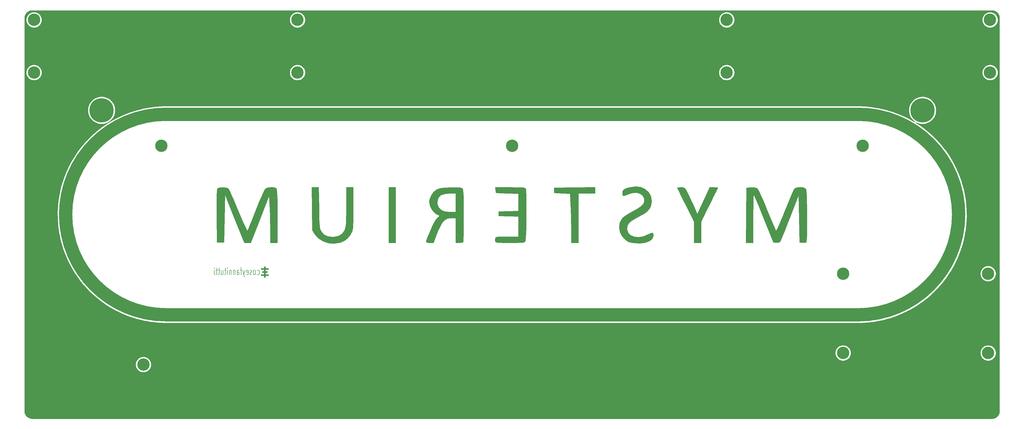
<source format=gbl>
G04 #@! TF.GenerationSoftware,KiCad,Pcbnew,5.1.10-88a1d61d58~90~ubuntu21.04.1*
G04 #@! TF.CreationDate,2021-08-16T11:58:24+02:00*
G04 #@! TF.ProjectId,mysterium-bottom,6d797374-6572-4697-956d-2d626f74746f,rev?*
G04 #@! TF.SameCoordinates,Original*
G04 #@! TF.FileFunction,Copper,L2,Bot*
G04 #@! TF.FilePolarity,Positive*
%FSLAX46Y46*%
G04 Gerber Fmt 4.6, Leading zero omitted, Abs format (unit mm)*
G04 Created by KiCad (PCBNEW 5.1.10-88a1d61d58~90~ubuntu21.04.1) date 2021-08-16 11:58:24*
%MOMM*%
%LPD*%
G01*
G04 APERTURE LIST*
G04 #@! TA.AperFunction,NonConductor*
%ADD10C,0.200000*%
G04 #@! TD*
G04 #@! TA.AperFunction,EtchedComponent*
%ADD11C,0.010000*%
G04 #@! TD*
G04 #@! TA.AperFunction,EtchedComponent*
%ADD12C,4.700000*%
G04 #@! TD*
G04 #@! TA.AperFunction,ComponentPad*
%ADD13C,8.600000*%
G04 #@! TD*
G04 #@! TA.AperFunction,ComponentPad*
%ADD14C,4.400000*%
G04 #@! TD*
G04 #@! TA.AperFunction,Conductor*
%ADD15C,0.254000*%
G04 #@! TD*
G04 #@! TA.AperFunction,Conductor*
%ADD16C,0.150000*%
G04 #@! TD*
G04 APERTURE END LIST*
D10*
X119833114Y-155494704D02*
X119975971Y-155613752D01*
X120261685Y-155613752D01*
X120404542Y-155494704D01*
X120475971Y-155375657D01*
X120547400Y-155137561D01*
X120547400Y-154423276D01*
X120475971Y-154185180D01*
X120404542Y-154066133D01*
X120261685Y-153947085D01*
X119975971Y-153947085D01*
X119833114Y-154066133D01*
X118975971Y-155613752D02*
X119118828Y-155494704D01*
X119190257Y-155375657D01*
X119261685Y-155137561D01*
X119261685Y-154423276D01*
X119190257Y-154185180D01*
X119118828Y-154066133D01*
X118975971Y-153947085D01*
X118761685Y-153947085D01*
X118618828Y-154066133D01*
X118547400Y-154185180D01*
X118475971Y-154423276D01*
X118475971Y-155137561D01*
X118547400Y-155375657D01*
X118618828Y-155494704D01*
X118761685Y-155613752D01*
X118975971Y-155613752D01*
X117904542Y-155494704D02*
X117761685Y-155613752D01*
X117475971Y-155613752D01*
X117333114Y-155494704D01*
X117261685Y-155256609D01*
X117261685Y-155137561D01*
X117333114Y-154899466D01*
X117475971Y-154780419D01*
X117690257Y-154780419D01*
X117833114Y-154661371D01*
X117904542Y-154423276D01*
X117904542Y-154304228D01*
X117833114Y-154066133D01*
X117690257Y-153947085D01*
X117475971Y-153947085D01*
X117333114Y-154066133D01*
X116047400Y-155494704D02*
X116190257Y-155613752D01*
X116475971Y-155613752D01*
X116618828Y-155494704D01*
X116690257Y-155256609D01*
X116690257Y-154304228D01*
X116618828Y-154066133D01*
X116475971Y-153947085D01*
X116190257Y-153947085D01*
X116047400Y-154066133D01*
X115975971Y-154304228D01*
X115975971Y-154542323D01*
X116690257Y-154780419D01*
X115475971Y-153947085D02*
X115118828Y-155613752D01*
X114761685Y-153947085D02*
X115118828Y-155613752D01*
X115261685Y-156208990D01*
X115333114Y-156328038D01*
X115475971Y-156447085D01*
X114404542Y-153947085D02*
X113833114Y-153947085D01*
X114190257Y-155613752D02*
X114190257Y-153470895D01*
X114118828Y-153232800D01*
X113975971Y-153113752D01*
X113833114Y-153113752D01*
X112690257Y-155613752D02*
X112690257Y-154304228D01*
X112761685Y-154066133D01*
X112904542Y-153947085D01*
X113190257Y-153947085D01*
X113333114Y-154066133D01*
X112690257Y-155494704D02*
X112833114Y-155613752D01*
X113190257Y-155613752D01*
X113333114Y-155494704D01*
X113404542Y-155256609D01*
X113404542Y-155018514D01*
X113333114Y-154780419D01*
X113190257Y-154661371D01*
X112833114Y-154661371D01*
X112690257Y-154542323D01*
X111975971Y-153947085D02*
X111975971Y-155613752D01*
X111975971Y-154185180D02*
X111904542Y-154066133D01*
X111761685Y-153947085D01*
X111547400Y-153947085D01*
X111404542Y-154066133D01*
X111333114Y-154304228D01*
X111333114Y-155613752D01*
X110618828Y-153947085D02*
X110618828Y-155613752D01*
X110618828Y-154185180D02*
X110547400Y-154066133D01*
X110404542Y-153947085D01*
X110190257Y-153947085D01*
X110047400Y-154066133D01*
X109975971Y-154304228D01*
X109975971Y-155613752D01*
X109261685Y-155613752D02*
X109261685Y-153947085D01*
X109261685Y-153113752D02*
X109333114Y-153232800D01*
X109261685Y-153351847D01*
X109190257Y-153232800D01*
X109261685Y-153113752D01*
X109261685Y-153351847D01*
X108761685Y-153947085D02*
X108190257Y-153947085D01*
X108547400Y-153113752D02*
X108547400Y-155256609D01*
X108475971Y-155494704D01*
X108333114Y-155613752D01*
X108190257Y-155613752D01*
X107047400Y-153947085D02*
X107047400Y-155613752D01*
X107690257Y-153947085D02*
X107690257Y-155256609D01*
X107618828Y-155494704D01*
X107475971Y-155613752D01*
X107261685Y-155613752D01*
X107118828Y-155494704D01*
X107047400Y-155375657D01*
X106547400Y-153947085D02*
X105975971Y-153947085D01*
X106333114Y-153113752D02*
X106333114Y-155256609D01*
X106261685Y-155494704D01*
X106118828Y-155613752D01*
X105975971Y-155613752D01*
X105690257Y-153947085D02*
X105118828Y-153947085D01*
X105475971Y-153113752D02*
X105475971Y-155256609D01*
X105404542Y-155494704D01*
X105261685Y-155613752D01*
X105118828Y-155613752D01*
X104618828Y-155613752D02*
X104618828Y-153947085D01*
X104618828Y-153113752D02*
X104690257Y-153232800D01*
X104618828Y-153351847D01*
X104547400Y-153232800D01*
X104618828Y-153113752D01*
X104618828Y-153351847D01*
D11*
G36*
X166524116Y-144219217D02*
G01*
X169032758Y-144219217D01*
X169032758Y-124463662D01*
X166524116Y-124463662D01*
X166524116Y-144219217D01*
G37*
X166524116Y-144219217D02*
X169032758Y-144219217D01*
X169032758Y-124463662D01*
X166524116Y-124463662D01*
X166524116Y-144219217D01*
G36*
X151465378Y-131440822D02*
G01*
X151457882Y-133763421D01*
X151436098Y-135551162D01*
X151393319Y-136896303D01*
X151322840Y-137891102D01*
X151217954Y-138627815D01*
X151071956Y-139198700D01*
X150878140Y-139696014D01*
X150862859Y-139729903D01*
X149966841Y-141014607D01*
X148665586Y-141822809D01*
X146967119Y-142149754D01*
X146768561Y-142155927D01*
X144971456Y-141947229D01*
X143563924Y-141248767D01*
X142616395Y-140184174D01*
X142389629Y-139790382D01*
X142215457Y-139373506D01*
X142085491Y-138845982D01*
X141991343Y-138120248D01*
X141924624Y-137108742D01*
X141876945Y-135723901D01*
X141839918Y-133878162D01*
X141808821Y-131754402D01*
X141709575Y-124463662D01*
X139202256Y-124463662D01*
X139300840Y-132093630D01*
X139399425Y-139723599D01*
X140342964Y-141248681D01*
X141555589Y-142641404D01*
X143175820Y-143672900D01*
X145072377Y-144302771D01*
X147113980Y-144490623D01*
X149169349Y-144196059D01*
X149550990Y-144082091D01*
X151273938Y-143201479D01*
X152661905Y-141829359D01*
X153386401Y-140613044D01*
X153573267Y-140148168D01*
X153715939Y-139606451D01*
X153820318Y-138900502D01*
X153892307Y-137942929D01*
X153937807Y-136646339D01*
X153962718Y-134923340D01*
X153972942Y-132686541D01*
X153974020Y-131911193D01*
X153980906Y-124463662D01*
X151472264Y-124463662D01*
X151465378Y-131440822D01*
G37*
X151465378Y-131440822D02*
X151457882Y-133763421D01*
X151436098Y-135551162D01*
X151393319Y-136896303D01*
X151322840Y-137891102D01*
X151217954Y-138627815D01*
X151071956Y-139198700D01*
X150878140Y-139696014D01*
X150862859Y-139729903D01*
X149966841Y-141014607D01*
X148665586Y-141822809D01*
X146967119Y-142149754D01*
X146768561Y-142155927D01*
X144971456Y-141947229D01*
X143563924Y-141248767D01*
X142616395Y-140184174D01*
X142389629Y-139790382D01*
X142215457Y-139373506D01*
X142085491Y-138845982D01*
X141991343Y-138120248D01*
X141924624Y-137108742D01*
X141876945Y-135723901D01*
X141839918Y-133878162D01*
X141808821Y-131754402D01*
X141709575Y-124463662D01*
X139202256Y-124463662D01*
X139300840Y-132093630D01*
X139399425Y-139723599D01*
X140342964Y-141248681D01*
X141555589Y-142641404D01*
X143175820Y-143672900D01*
X145072377Y-144302771D01*
X147113980Y-144490623D01*
X149169349Y-144196059D01*
X149550990Y-144082091D01*
X151273938Y-143201479D01*
X152661905Y-141829359D01*
X153386401Y-140613044D01*
X153573267Y-140148168D01*
X153715939Y-139606451D01*
X153820318Y-138900502D01*
X153892307Y-137942929D01*
X153937807Y-136646339D01*
X153962718Y-134923340D01*
X153972942Y-132686541D01*
X153974020Y-131911193D01*
X153980906Y-124463662D01*
X151472264Y-124463662D01*
X151465378Y-131440822D01*
G36*
X311380242Y-124618533D02*
G01*
X310702746Y-124997297D01*
X310688804Y-125012427D01*
X310439785Y-125447460D01*
X310000274Y-126380456D01*
X309407692Y-127725098D01*
X308699463Y-129395068D01*
X307913010Y-131304049D01*
X307288455Y-132855493D01*
X306487443Y-134834942D01*
X305753412Y-136591514D01*
X305119597Y-138050273D01*
X304619231Y-139136287D01*
X304285549Y-139774619D01*
X304159251Y-139911049D01*
X303983220Y-139565087D01*
X303606956Y-138720404D01*
X303065634Y-137459580D01*
X302394427Y-135865197D01*
X301628510Y-134019836D01*
X301052308Y-132616748D01*
X300224969Y-130620048D01*
X299448421Y-128795618D01*
X298761693Y-127231270D01*
X298203818Y-126014816D01*
X297813829Y-125234065D01*
X297666040Y-124998602D01*
X297195796Y-124658349D01*
X296467295Y-124517005D01*
X295422880Y-124528231D01*
X293680906Y-124620452D01*
X293598044Y-134419835D01*
X293515181Y-144219217D01*
X296032758Y-144219217D01*
X296032758Y-135543497D01*
X296040610Y-133298339D01*
X296062778Y-131285174D01*
X296097182Y-129581039D01*
X296141741Y-128262974D01*
X296194375Y-127408018D01*
X296253002Y-127093208D01*
X296260915Y-127095933D01*
X296431761Y-127435572D01*
X296802063Y-128282813D01*
X297340440Y-129562128D01*
X298015514Y-131197983D01*
X298795906Y-133114850D01*
X299650237Y-135237196D01*
X299832641Y-135693259D01*
X303176210Y-144062427D01*
X304316844Y-144160268D01*
X304972599Y-144182512D01*
X305396662Y-144020805D01*
X305744926Y-143544417D01*
X306173285Y-142622616D01*
X306186529Y-142592366D01*
X306512212Y-141813699D01*
X307018850Y-140559393D01*
X307662853Y-138939395D01*
X308400631Y-137063650D01*
X309188592Y-135042105D01*
X309548861Y-134111736D01*
X312182141Y-127296847D01*
X312495721Y-144062427D01*
X313604460Y-144155746D01*
X314403544Y-144160357D01*
X314905840Y-144049151D01*
X314937176Y-144025088D01*
X315013197Y-143643467D01*
X315073342Y-142730782D01*
X315118121Y-141382918D01*
X315148043Y-139695758D01*
X315163616Y-137765185D01*
X315165350Y-135687083D01*
X315153754Y-133557334D01*
X315129337Y-131471823D01*
X315092607Y-129526433D01*
X315044075Y-127817047D01*
X314984248Y-126439548D01*
X314913637Y-125489820D01*
X314836540Y-125070207D01*
X314309300Y-124668530D01*
X313407910Y-124457275D01*
X312356760Y-124439567D01*
X311380242Y-124618533D01*
G37*
X311380242Y-124618533D02*
X310702746Y-124997297D01*
X310688804Y-125012427D01*
X310439785Y-125447460D01*
X310000274Y-126380456D01*
X309407692Y-127725098D01*
X308699463Y-129395068D01*
X307913010Y-131304049D01*
X307288455Y-132855493D01*
X306487443Y-134834942D01*
X305753412Y-136591514D01*
X305119597Y-138050273D01*
X304619231Y-139136287D01*
X304285549Y-139774619D01*
X304159251Y-139911049D01*
X303983220Y-139565087D01*
X303606956Y-138720404D01*
X303065634Y-137459580D01*
X302394427Y-135865197D01*
X301628510Y-134019836D01*
X301052308Y-132616748D01*
X300224969Y-130620048D01*
X299448421Y-128795618D01*
X298761693Y-127231270D01*
X298203818Y-126014816D01*
X297813829Y-125234065D01*
X297666040Y-124998602D01*
X297195796Y-124658349D01*
X296467295Y-124517005D01*
X295422880Y-124528231D01*
X293680906Y-124620452D01*
X293598044Y-134419835D01*
X293515181Y-144219217D01*
X296032758Y-144219217D01*
X296032758Y-135543497D01*
X296040610Y-133298339D01*
X296062778Y-131285174D01*
X296097182Y-129581039D01*
X296141741Y-128262974D01*
X296194375Y-127408018D01*
X296253002Y-127093208D01*
X296260915Y-127095933D01*
X296431761Y-127435572D01*
X296802063Y-128282813D01*
X297340440Y-129562128D01*
X298015514Y-131197983D01*
X298795906Y-133114850D01*
X299650237Y-135237196D01*
X299832641Y-135693259D01*
X303176210Y-144062427D01*
X304316844Y-144160268D01*
X304972599Y-144182512D01*
X305396662Y-144020805D01*
X305744926Y-143544417D01*
X306173285Y-142622616D01*
X306186529Y-142592366D01*
X306512212Y-141813699D01*
X307018850Y-140559393D01*
X307662853Y-138939395D01*
X308400631Y-137063650D01*
X309188592Y-135042105D01*
X309548861Y-134111736D01*
X312182141Y-127296847D01*
X312495721Y-144062427D01*
X313604460Y-144155746D01*
X314403544Y-144160357D01*
X314905840Y-144049151D01*
X314937176Y-144025088D01*
X315013197Y-143643467D01*
X315073342Y-142730782D01*
X315118121Y-141382918D01*
X315148043Y-139695758D01*
X315163616Y-137765185D01*
X315165350Y-135687083D01*
X315153754Y-133557334D01*
X315129337Y-131471823D01*
X315092607Y-129526433D01*
X315044075Y-127817047D01*
X314984248Y-126439548D01*
X314913637Y-125489820D01*
X314836540Y-125070207D01*
X314309300Y-124668530D01*
X313407910Y-124457275D01*
X312356760Y-124439567D01*
X311380242Y-124618533D01*
G36*
X279210743Y-127521069D02*
G01*
X278517160Y-129003959D01*
X277830472Y-130482660D01*
X277252083Y-131738355D01*
X277008797Y-132272503D01*
X276242894Y-133966530D01*
X274899755Y-131018182D01*
X274211847Y-129526088D01*
X273501836Y-128015568D01*
X272882744Y-126726015D01*
X272656524Y-126266748D01*
X272150665Y-125292201D01*
X271759271Y-124752790D01*
X271322091Y-124519859D01*
X270678873Y-124464753D01*
X270410644Y-124463662D01*
X269591695Y-124496901D01*
X269114613Y-124580573D01*
X269064857Y-124623587D01*
X269199039Y-124939032D01*
X269574196Y-125730351D01*
X270149248Y-126913263D01*
X270883114Y-128403487D01*
X271734712Y-130116741D01*
X272043869Y-130735267D01*
X275022882Y-136687021D01*
X275022882Y-144219217D01*
X277531524Y-144219217D01*
X277531524Y-136687021D01*
X280510536Y-130735267D01*
X281392813Y-128965366D01*
X282171330Y-127389831D01*
X282805005Y-126092944D01*
X283252757Y-125158986D01*
X283473505Y-124672237D01*
X283489548Y-124623587D01*
X283208916Y-124528465D01*
X282498417Y-124471196D01*
X282068167Y-124463662D01*
X280646785Y-124463662D01*
X279210743Y-127521069D01*
G37*
X279210743Y-127521069D02*
X278517160Y-129003959D01*
X277830472Y-130482660D01*
X277252083Y-131738355D01*
X277008797Y-132272503D01*
X276242894Y-133966530D01*
X274899755Y-131018182D01*
X274211847Y-129526088D01*
X273501836Y-128015568D01*
X272882744Y-126726015D01*
X272656524Y-126266748D01*
X272150665Y-125292201D01*
X271759271Y-124752790D01*
X271322091Y-124519859D01*
X270678873Y-124464753D01*
X270410644Y-124463662D01*
X269591695Y-124496901D01*
X269114613Y-124580573D01*
X269064857Y-124623587D01*
X269199039Y-124939032D01*
X269574196Y-125730351D01*
X270149248Y-126913263D01*
X270883114Y-128403487D01*
X271734712Y-130116741D01*
X272043869Y-130735267D01*
X275022882Y-136687021D01*
X275022882Y-144219217D01*
X277531524Y-144219217D01*
X277531524Y-136687021D01*
X280510536Y-130735267D01*
X281392813Y-128965366D01*
X282171330Y-127389831D01*
X282805005Y-126092944D01*
X283252757Y-125158986D01*
X283473505Y-124672237D01*
X283489548Y-124623587D01*
X283208916Y-124528465D01*
X282498417Y-124471196D01*
X282068167Y-124463662D01*
X280646785Y-124463662D01*
X279210743Y-127521069D01*
G36*
X253696925Y-124236744D02*
G01*
X252443983Y-124390058D01*
X251290421Y-124651608D01*
X250639517Y-124894785D01*
X249932400Y-125371055D01*
X249655794Y-125972299D01*
X249622882Y-126509986D01*
X249660976Y-127200950D01*
X249857320Y-127514332D01*
X250335007Y-127480126D01*
X251217128Y-127128324D01*
X251548514Y-126979191D01*
X253168585Y-126462934D01*
X254655749Y-126396622D01*
X255910357Y-126753316D01*
X256832758Y-127506080D01*
X257304489Y-128535157D01*
X257354324Y-129438598D01*
X257041785Y-130266990D01*
X256308118Y-131085461D01*
X255094571Y-131959137D01*
X253342391Y-132953143D01*
X253297610Y-132976717D01*
X251688320Y-133886450D01*
X250405663Y-134739954D01*
X249562701Y-135460031D01*
X249426361Y-135619977D01*
X248646013Y-137117996D01*
X248407002Y-138745175D01*
X248676767Y-140377748D01*
X249422748Y-141891949D01*
X250612383Y-143164009D01*
X251574435Y-143785082D01*
X252687831Y-144150213D01*
X254168837Y-144360348D01*
X255774574Y-144404135D01*
X257262162Y-144270220D01*
X258036604Y-144087140D01*
X259469117Y-143456871D01*
X260313561Y-142683563D01*
X260598011Y-141741210D01*
X260598190Y-141714238D01*
X260532928Y-140991136D01*
X260263512Y-140694326D01*
X259679496Y-140793941D01*
X258756912Y-141216333D01*
X256964738Y-141911999D01*
X255274468Y-142184543D01*
X253770683Y-142058234D01*
X252537961Y-141557344D01*
X251660882Y-140706144D01*
X251224027Y-139528905D01*
X251190783Y-139045143D01*
X251372309Y-138048761D01*
X251959806Y-137138196D01*
X253017653Y-136247546D01*
X254610227Y-135310907D01*
X255065237Y-135078895D01*
X256952825Y-134059484D01*
X258310286Y-133115100D01*
X259212685Y-132156237D01*
X259735089Y-131093386D01*
X259952564Y-129837040D01*
X259971030Y-129229311D01*
X259697174Y-127535118D01*
X258872041Y-126135481D01*
X257490280Y-125022075D01*
X257146277Y-124832809D01*
X256188520Y-124411499D01*
X255265409Y-124221854D01*
X254090063Y-124214299D01*
X253696925Y-124236744D01*
G37*
X253696925Y-124236744D02*
X252443983Y-124390058D01*
X251290421Y-124651608D01*
X250639517Y-124894785D01*
X249932400Y-125371055D01*
X249655794Y-125972299D01*
X249622882Y-126509986D01*
X249660976Y-127200950D01*
X249857320Y-127514332D01*
X250335007Y-127480126D01*
X251217128Y-127128324D01*
X251548514Y-126979191D01*
X253168585Y-126462934D01*
X254655749Y-126396622D01*
X255910357Y-126753316D01*
X256832758Y-127506080D01*
X257304489Y-128535157D01*
X257354324Y-129438598D01*
X257041785Y-130266990D01*
X256308118Y-131085461D01*
X255094571Y-131959137D01*
X253342391Y-132953143D01*
X253297610Y-132976717D01*
X251688320Y-133886450D01*
X250405663Y-134739954D01*
X249562701Y-135460031D01*
X249426361Y-135619977D01*
X248646013Y-137117996D01*
X248407002Y-138745175D01*
X248676767Y-140377748D01*
X249422748Y-141891949D01*
X250612383Y-143164009D01*
X251574435Y-143785082D01*
X252687831Y-144150213D01*
X254168837Y-144360348D01*
X255774574Y-144404135D01*
X257262162Y-144270220D01*
X258036604Y-144087140D01*
X259469117Y-143456871D01*
X260313561Y-142683563D01*
X260598011Y-141741210D01*
X260598190Y-141714238D01*
X260532928Y-140991136D01*
X260263512Y-140694326D01*
X259679496Y-140793941D01*
X258756912Y-141216333D01*
X256964738Y-141911999D01*
X255274468Y-142184543D01*
X253770683Y-142058234D01*
X252537961Y-141557344D01*
X251660882Y-140706144D01*
X251224027Y-139528905D01*
X251190783Y-139045143D01*
X251372309Y-138048761D01*
X251959806Y-137138196D01*
X253017653Y-136247546D01*
X254610227Y-135310907D01*
X255065237Y-135078895D01*
X256952825Y-134059484D01*
X258310286Y-133115100D01*
X259212685Y-132156237D01*
X259735089Y-131093386D01*
X259952564Y-129837040D01*
X259971030Y-129229311D01*
X259697174Y-127535118D01*
X258872041Y-126135481D01*
X257490280Y-125022075D01*
X257146277Y-124832809D01*
X256188520Y-124411499D01*
X255265409Y-124221854D01*
X254090063Y-124214299D01*
X253696925Y-124236744D01*
G36*
X232611153Y-124536277D02*
G01*
X225320413Y-124620452D01*
X225320413Y-126501933D01*
X228171836Y-126591445D01*
X231023259Y-126680956D01*
X231228357Y-132549469D01*
X231296334Y-134657537D01*
X231354898Y-136784661D01*
X231399999Y-138758375D01*
X231427584Y-140406216D01*
X231434341Y-141318600D01*
X231435227Y-144219217D01*
X233943869Y-144219217D01*
X233943869Y-126658723D01*
X239901894Y-126658723D01*
X239901894Y-124452103D01*
X232611153Y-124536277D01*
G37*
X232611153Y-124536277D02*
X225320413Y-124620452D01*
X225320413Y-126501933D01*
X228171836Y-126591445D01*
X231023259Y-126680956D01*
X231228357Y-132549469D01*
X231296334Y-134657537D01*
X231354898Y-136784661D01*
X231399999Y-138758375D01*
X231427584Y-140406216D01*
X231434341Y-141318600D01*
X231435227Y-144219217D01*
X233943869Y-144219217D01*
X233943869Y-126658723D01*
X239901894Y-126658723D01*
X239901894Y-124452103D01*
X232611153Y-124536277D01*
G36*
X204525853Y-125482798D02*
G01*
X204624116Y-126501933D01*
X208622264Y-126589697D01*
X212620413Y-126677461D01*
X212620413Y-132909788D01*
X209092635Y-132998453D01*
X205564857Y-133087119D01*
X205564857Y-134655020D01*
X212620413Y-134832350D01*
X212620413Y-142024156D01*
X208566862Y-142024156D01*
X206891678Y-142032406D01*
X205742166Y-142066049D01*
X205016952Y-142138420D01*
X204614666Y-142262857D01*
X204433932Y-142452696D01*
X204395688Y-142572921D01*
X204363732Y-143374008D01*
X204409269Y-143670452D01*
X204511315Y-143875197D01*
X204764433Y-144022033D01*
X205258974Y-144120390D01*
X206085288Y-144179698D01*
X207333724Y-144209388D01*
X209094634Y-144218890D01*
X209666941Y-144219217D01*
X211578317Y-144214219D01*
X212957545Y-144192179D01*
X213899607Y-144142529D01*
X214499481Y-144054701D01*
X214852148Y-143918125D01*
X215052587Y-143722233D01*
X215118022Y-143612672D01*
X215196912Y-143160011D01*
X215266511Y-142179465D01*
X215326102Y-140770250D01*
X215374973Y-139031583D01*
X215412408Y-137062680D01*
X215437694Y-134962757D01*
X215450116Y-132831031D01*
X215448960Y-130766719D01*
X215433512Y-128869037D01*
X215403058Y-127237201D01*
X215356883Y-125970429D01*
X215294274Y-125167936D01*
X215252295Y-124959679D01*
X215104642Y-124775508D01*
X214766532Y-124642402D01*
X214150813Y-124552514D01*
X213170333Y-124497994D01*
X211737938Y-124470993D01*
X209766478Y-124463662D01*
X204427590Y-124463662D01*
X204525853Y-125482798D01*
G37*
X204525853Y-125482798D02*
X204624116Y-126501933D01*
X208622264Y-126589697D01*
X212620413Y-126677461D01*
X212620413Y-132909788D01*
X209092635Y-132998453D01*
X205564857Y-133087119D01*
X205564857Y-134655020D01*
X212620413Y-134832350D01*
X212620413Y-142024156D01*
X208566862Y-142024156D01*
X206891678Y-142032406D01*
X205742166Y-142066049D01*
X205016952Y-142138420D01*
X204614666Y-142262857D01*
X204433932Y-142452696D01*
X204395688Y-142572921D01*
X204363732Y-143374008D01*
X204409269Y-143670452D01*
X204511315Y-143875197D01*
X204764433Y-144022033D01*
X205258974Y-144120390D01*
X206085288Y-144179698D01*
X207333724Y-144209388D01*
X209094634Y-144218890D01*
X209666941Y-144219217D01*
X211578317Y-144214219D01*
X212957545Y-144192179D01*
X213899607Y-144142529D01*
X214499481Y-144054701D01*
X214852148Y-143918125D01*
X215052587Y-143722233D01*
X215118022Y-143612672D01*
X215196912Y-143160011D01*
X215266511Y-142179465D01*
X215326102Y-140770250D01*
X215374973Y-139031583D01*
X215412408Y-137062680D01*
X215437694Y-134962757D01*
X215450116Y-132831031D01*
X215448960Y-130766719D01*
X215433512Y-128869037D01*
X215403058Y-127237201D01*
X215356883Y-125970429D01*
X215294274Y-125167936D01*
X215252295Y-124959679D01*
X215104642Y-124775508D01*
X214766532Y-124642402D01*
X214150813Y-124552514D01*
X213170333Y-124497994D01*
X211737938Y-124470993D01*
X209766478Y-124463662D01*
X204427590Y-124463662D01*
X204525853Y-125482798D01*
G36*
X188972197Y-124504568D02*
G01*
X188615486Y-124514370D01*
X186861193Y-124584892D01*
X185589339Y-124695208D01*
X184655463Y-124867023D01*
X183915103Y-125122041D01*
X183614240Y-125265782D01*
X182495609Y-126141465D01*
X181593636Y-127399416D01*
X181050374Y-128806667D01*
X180955694Y-129625785D01*
X181229284Y-131114021D01*
X181943146Y-132524683D01*
X182968383Y-133628662D01*
X183352754Y-133886440D01*
X184554980Y-134577971D01*
X183576925Y-135614401D01*
X183148604Y-136216960D01*
X182597656Y-137200961D01*
X181980592Y-138437739D01*
X181353922Y-139798630D01*
X180774157Y-141154971D01*
X180297807Y-142378097D01*
X179981384Y-143339344D01*
X179881397Y-143910048D01*
X179900894Y-143984032D01*
X180278353Y-144135255D01*
X181033496Y-144215370D01*
X181253480Y-144219217D01*
X182461880Y-144219217D01*
X183319680Y-141945761D01*
X184196499Y-139741324D01*
X184980992Y-138077263D01*
X185731178Y-136885078D01*
X186505069Y-136096270D01*
X187360683Y-135642339D01*
X188356034Y-135454786D01*
X188830603Y-135438970D01*
X190356215Y-135438970D01*
X190356215Y-144219217D01*
X191558273Y-144219217D01*
X192386941Y-144169121D01*
X192917394Y-144045175D01*
X192969384Y-144010164D01*
X193022616Y-143654813D01*
X193070852Y-142752468D01*
X193112297Y-141383283D01*
X193145161Y-139627417D01*
X193167648Y-137565027D01*
X193177968Y-135276268D01*
X193178437Y-134662691D01*
X193175069Y-133243909D01*
X190356215Y-133243909D01*
X188364317Y-133243909D01*
X187040403Y-133179336D01*
X186085677Y-132946843D01*
X185311049Y-132528652D01*
X184290068Y-131556040D01*
X183840662Y-130364386D01*
X183901019Y-129043155D01*
X184340153Y-127946875D01*
X185207927Y-127201201D01*
X186550279Y-126780899D01*
X188239548Y-126659896D01*
X190356215Y-126658723D01*
X190356215Y-133243909D01*
X193175069Y-133243909D01*
X193171752Y-131847271D01*
X193150093Y-129601783D01*
X193111058Y-127869121D01*
X193052244Y-126592181D01*
X192971249Y-125713861D01*
X192865669Y-125177055D01*
X192770424Y-124966280D01*
X192528853Y-124728685D01*
X192143273Y-124576227D01*
X191498657Y-124496395D01*
X190479975Y-124476680D01*
X188972197Y-124504568D01*
G37*
X188972197Y-124504568D02*
X188615486Y-124514370D01*
X186861193Y-124584892D01*
X185589339Y-124695208D01*
X184655463Y-124867023D01*
X183915103Y-125122041D01*
X183614240Y-125265782D01*
X182495609Y-126141465D01*
X181593636Y-127399416D01*
X181050374Y-128806667D01*
X180955694Y-129625785D01*
X181229284Y-131114021D01*
X181943146Y-132524683D01*
X182968383Y-133628662D01*
X183352754Y-133886440D01*
X184554980Y-134577971D01*
X183576925Y-135614401D01*
X183148604Y-136216960D01*
X182597656Y-137200961D01*
X181980592Y-138437739D01*
X181353922Y-139798630D01*
X180774157Y-141154971D01*
X180297807Y-142378097D01*
X179981384Y-143339344D01*
X179881397Y-143910048D01*
X179900894Y-143984032D01*
X180278353Y-144135255D01*
X181033496Y-144215370D01*
X181253480Y-144219217D01*
X182461880Y-144219217D01*
X183319680Y-141945761D01*
X184196499Y-139741324D01*
X184980992Y-138077263D01*
X185731178Y-136885078D01*
X186505069Y-136096270D01*
X187360683Y-135642339D01*
X188356034Y-135454786D01*
X188830603Y-135438970D01*
X190356215Y-135438970D01*
X190356215Y-144219217D01*
X191558273Y-144219217D01*
X192386941Y-144169121D01*
X192917394Y-144045175D01*
X192969384Y-144010164D01*
X193022616Y-143654813D01*
X193070852Y-142752468D01*
X193112297Y-141383283D01*
X193145161Y-139627417D01*
X193167648Y-137565027D01*
X193177968Y-135276268D01*
X193178437Y-134662691D01*
X193175069Y-133243909D01*
X190356215Y-133243909D01*
X188364317Y-133243909D01*
X187040403Y-133179336D01*
X186085677Y-132946843D01*
X185311049Y-132528652D01*
X184290068Y-131556040D01*
X183840662Y-130364386D01*
X183901019Y-129043155D01*
X184340153Y-127946875D01*
X185207927Y-127201201D01*
X186550279Y-126780899D01*
X188239548Y-126659896D01*
X190356215Y-126658723D01*
X190356215Y-133243909D01*
X193175069Y-133243909D01*
X193171752Y-131847271D01*
X193150093Y-129601783D01*
X193111058Y-127869121D01*
X193052244Y-126592181D01*
X192971249Y-125713861D01*
X192865669Y-125177055D01*
X192770424Y-124966280D01*
X192528853Y-124728685D01*
X192143273Y-124576227D01*
X191498657Y-124496395D01*
X190479975Y-124476680D01*
X188972197Y-124504568D01*
D12*
X333355351Y-169884649D02*
X87495351Y-169884649D01*
X333355351Y-98484649D02*
X87495351Y-98484649D01*
D11*
G36*
X123928352Y-124543650D02*
G01*
X123025417Y-124807770D01*
X122672370Y-125041334D01*
X122398219Y-125488619D01*
X121939980Y-126432876D01*
X121336719Y-127784958D01*
X120627502Y-129455720D01*
X119851396Y-131356017D01*
X119339917Y-132645655D01*
X118560632Y-134620262D01*
X117847936Y-136401283D01*
X117236117Y-137905030D01*
X116759463Y-139047817D01*
X116452261Y-139745958D01*
X116358070Y-139923551D01*
X116183866Y-139714825D01*
X115810487Y-138997279D01*
X115271412Y-137844501D01*
X114600123Y-136330082D01*
X113830098Y-134527612D01*
X113076761Y-132711205D01*
X112228118Y-130668866D01*
X111430804Y-128809067D01*
X110722173Y-127214322D01*
X110139576Y-125967150D01*
X109720367Y-125150066D01*
X109520790Y-124855637D01*
X108850997Y-124590381D01*
X107881989Y-124476460D01*
X106862006Y-124511404D01*
X106039290Y-124692738D01*
X105723216Y-124893465D01*
X105611554Y-125259563D01*
X105527534Y-126077790D01*
X105470187Y-127382799D01*
X105438547Y-129209247D01*
X105431645Y-131591788D01*
X105448514Y-134565076D01*
X105449634Y-134692848D01*
X105532758Y-144062427D01*
X108041400Y-144062427D01*
X108354980Y-127135573D01*
X111792139Y-135677395D01*
X115229297Y-144219217D01*
X117549937Y-144219217D01*
X119974300Y-138026007D01*
X120759826Y-136019520D01*
X121526123Y-134062499D01*
X122222620Y-132284071D01*
X122798746Y-130813363D01*
X123203930Y-129779500D01*
X123244075Y-129677123D01*
X124089487Y-127521449D01*
X124296925Y-132314018D01*
X124374707Y-134371949D01*
X124439196Y-136575101D01*
X124484314Y-138678829D01*
X124503983Y-140438489D01*
X124504363Y-140662902D01*
X124504363Y-144219217D01*
X127013005Y-144219217D01*
X127013005Y-134717736D01*
X127005490Y-131779103D01*
X126981811Y-129422920D01*
X126940274Y-127604639D01*
X126879180Y-126279717D01*
X126796833Y-125403608D01*
X126691535Y-124931768D01*
X126636709Y-124839958D01*
X125987014Y-124546891D01*
X124999890Y-124452406D01*
X123928352Y-124543650D01*
G37*
X123928352Y-124543650D02*
X123025417Y-124807770D01*
X122672370Y-125041334D01*
X122398219Y-125488619D01*
X121939980Y-126432876D01*
X121336719Y-127784958D01*
X120627502Y-129455720D01*
X119851396Y-131356017D01*
X119339917Y-132645655D01*
X118560632Y-134620262D01*
X117847936Y-136401283D01*
X117236117Y-137905030D01*
X116759463Y-139047817D01*
X116452261Y-139745958D01*
X116358070Y-139923551D01*
X116183866Y-139714825D01*
X115810487Y-138997279D01*
X115271412Y-137844501D01*
X114600123Y-136330082D01*
X113830098Y-134527612D01*
X113076761Y-132711205D01*
X112228118Y-130668866D01*
X111430804Y-128809067D01*
X110722173Y-127214322D01*
X110139576Y-125967150D01*
X109720367Y-125150066D01*
X109520790Y-124855637D01*
X108850997Y-124590381D01*
X107881989Y-124476460D01*
X106862006Y-124511404D01*
X106039290Y-124692738D01*
X105723216Y-124893465D01*
X105611554Y-125259563D01*
X105527534Y-126077790D01*
X105470187Y-127382799D01*
X105438547Y-129209247D01*
X105431645Y-131591788D01*
X105448514Y-134565076D01*
X105449634Y-134692848D01*
X105532758Y-144062427D01*
X108041400Y-144062427D01*
X108354980Y-127135573D01*
X111792139Y-135677395D01*
X115229297Y-144219217D01*
X117549937Y-144219217D01*
X119974300Y-138026007D01*
X120759826Y-136019520D01*
X121526123Y-134062499D01*
X122222620Y-132284071D01*
X122798746Y-130813363D01*
X123203930Y-129779500D01*
X123244075Y-129677123D01*
X124089487Y-127521449D01*
X124296925Y-132314018D01*
X124374707Y-134371949D01*
X124439196Y-136575101D01*
X124484314Y-138678829D01*
X124503983Y-140438489D01*
X124504363Y-140662902D01*
X124504363Y-144219217D01*
X127013005Y-144219217D01*
X127013005Y-134717736D01*
X127005490Y-131779103D01*
X126981811Y-129422920D01*
X126940274Y-127604639D01*
X126879180Y-126279717D01*
X126796833Y-125403608D01*
X126691535Y-124931768D01*
X126636709Y-124839958D01*
X125987014Y-124546891D01*
X124999890Y-124452406D01*
X123928352Y-124543650D01*
D12*
X87489351Y-98471649D02*
G75*
G03*
X87489351Y-169871649I0J-35700000D01*
G01*
X333355351Y-169884649D02*
G75*
G03*
X333355351Y-98484649I0J35700000D01*
G01*
D11*
G36*
X122749734Y-155928577D02*
G01*
X123319117Y-155926400D01*
X123888500Y-155924224D01*
X123888500Y-155517824D01*
X122749734Y-155513472D01*
X122749734Y-154853191D01*
X123469401Y-154853191D01*
X123469401Y-154421391D01*
X122749734Y-154421391D01*
X122749734Y-153744177D01*
X123319117Y-153742000D01*
X123888500Y-153739824D01*
X123890763Y-153526041D01*
X123893025Y-153312258D01*
X122749734Y-153312258D01*
X122749734Y-152694191D01*
X122309467Y-152694191D01*
X122309467Y-153312258D01*
X121174934Y-153312258D01*
X121174934Y-153744057D01*
X122309467Y-153744057D01*
X122309467Y-154421391D01*
X121598267Y-154421391D01*
X121598267Y-154853191D01*
X122309467Y-154853191D01*
X122309467Y-155513591D01*
X121174934Y-155513591D01*
X121174934Y-155928457D01*
X122309248Y-155928457D01*
X122313700Y-156516891D01*
X122531717Y-156519150D01*
X122749734Y-156521410D01*
X122749734Y-155928577D01*
G37*
X122749734Y-155928577D02*
X123319117Y-155926400D01*
X123888500Y-155924224D01*
X123888500Y-155517824D01*
X122749734Y-155513472D01*
X122749734Y-154853191D01*
X123469401Y-154853191D01*
X123469401Y-154421391D01*
X122749734Y-154421391D01*
X122749734Y-153744177D01*
X123319117Y-153742000D01*
X123888500Y-153739824D01*
X123890763Y-153526041D01*
X123893025Y-153312258D01*
X122749734Y-153312258D01*
X122749734Y-152694191D01*
X122309467Y-152694191D01*
X122309467Y-153312258D01*
X121174934Y-153312258D01*
X121174934Y-153744057D01*
X122309467Y-153744057D01*
X122309467Y-154421391D01*
X121598267Y-154421391D01*
X121598267Y-154853191D01*
X122309467Y-154853191D01*
X122309467Y-155513591D01*
X121174934Y-155513591D01*
X121174934Y-155928457D01*
X122309248Y-155928457D01*
X122313700Y-156516891D01*
X122531717Y-156519150D01*
X122749734Y-156521410D01*
X122749734Y-155928577D01*
D13*
X356213100Y-97053400D03*
X64550600Y-97053400D03*
D14*
X286626300Y-83613400D03*
X134137400Y-83613400D03*
X286626300Y-64863400D03*
X40550600Y-64863400D03*
X379523512Y-183454800D03*
X327986788Y-183454800D03*
X379523512Y-155219400D03*
X327986788Y-155219400D03*
X79401800Y-187587400D03*
X85763100Y-109702600D03*
X335000600Y-109702600D03*
X210419351Y-197713600D03*
X210419351Y-109702600D03*
X134137400Y-64863400D03*
X380213100Y-64863400D03*
X380213100Y-83613400D03*
X40550600Y-83613400D03*
D15*
X381407508Y-61625744D02*
X381892232Y-61771612D01*
X382339387Y-62008847D01*
X382731949Y-62328421D01*
X383054962Y-62718155D01*
X383296123Y-63163208D01*
X383446248Y-63646629D01*
X383503101Y-64182877D01*
X383503099Y-204135438D01*
X383450756Y-204674309D01*
X383304888Y-205159032D01*
X383067652Y-205606188D01*
X382748079Y-205998749D01*
X382358343Y-206321763D01*
X381913292Y-206562923D01*
X381429871Y-206713048D01*
X380893623Y-206769901D01*
X39895062Y-206769899D01*
X39356191Y-206717556D01*
X38871468Y-206571688D01*
X38424312Y-206334452D01*
X38031751Y-206014879D01*
X37708737Y-205625143D01*
X37467577Y-205180092D01*
X37317452Y-204696671D01*
X37260599Y-204160423D01*
X37260599Y-187308177D01*
X76566800Y-187308177D01*
X76566800Y-187866623D01*
X76675748Y-188414339D01*
X76889456Y-188930276D01*
X77199712Y-189394607D01*
X77594593Y-189789488D01*
X78058924Y-190099744D01*
X78574861Y-190313452D01*
X79122577Y-190422400D01*
X79681023Y-190422400D01*
X80228739Y-190313452D01*
X80744676Y-190099744D01*
X81209007Y-189789488D01*
X81603888Y-189394607D01*
X81914144Y-188930276D01*
X82127852Y-188414339D01*
X82236800Y-187866623D01*
X82236800Y-187308177D01*
X82127852Y-186760461D01*
X81914144Y-186244524D01*
X81603888Y-185780193D01*
X81209007Y-185385312D01*
X80744676Y-185075056D01*
X80228739Y-184861348D01*
X79681023Y-184752400D01*
X79122577Y-184752400D01*
X78574861Y-184861348D01*
X78058924Y-185075056D01*
X77594593Y-185385312D01*
X77199712Y-185780193D01*
X76889456Y-186244524D01*
X76675748Y-186760461D01*
X76566800Y-187308177D01*
X37260599Y-187308177D01*
X37260599Y-183175577D01*
X325151788Y-183175577D01*
X325151788Y-183734023D01*
X325260736Y-184281739D01*
X325474444Y-184797676D01*
X325784700Y-185262007D01*
X326179581Y-185656888D01*
X326643912Y-185967144D01*
X327159849Y-186180852D01*
X327707565Y-186289800D01*
X328266011Y-186289800D01*
X328813727Y-186180852D01*
X329329664Y-185967144D01*
X329793995Y-185656888D01*
X330188876Y-185262007D01*
X330499132Y-184797676D01*
X330712840Y-184281739D01*
X330821788Y-183734023D01*
X330821788Y-183175577D01*
X376688512Y-183175577D01*
X376688512Y-183734023D01*
X376797460Y-184281739D01*
X377011168Y-184797676D01*
X377321424Y-185262007D01*
X377716305Y-185656888D01*
X378180636Y-185967144D01*
X378696573Y-186180852D01*
X379244289Y-186289800D01*
X379802735Y-186289800D01*
X380350451Y-186180852D01*
X380866388Y-185967144D01*
X381330719Y-185656888D01*
X381725600Y-185262007D01*
X382035856Y-184797676D01*
X382249564Y-184281739D01*
X382358512Y-183734023D01*
X382358512Y-183175577D01*
X382249564Y-182627861D01*
X382035856Y-182111924D01*
X381725600Y-181647593D01*
X381330719Y-181252712D01*
X380866388Y-180942456D01*
X380350451Y-180728748D01*
X379802735Y-180619800D01*
X379244289Y-180619800D01*
X378696573Y-180728748D01*
X378180636Y-180942456D01*
X377716305Y-181252712D01*
X377321424Y-181647593D01*
X377011168Y-182111924D01*
X376797460Y-182627861D01*
X376688512Y-183175577D01*
X330821788Y-183175577D01*
X330712840Y-182627861D01*
X330499132Y-182111924D01*
X330188876Y-181647593D01*
X329793995Y-181252712D01*
X329329664Y-180942456D01*
X328813727Y-180728748D01*
X328266011Y-180619800D01*
X327707565Y-180619800D01*
X327159849Y-180728748D01*
X326643912Y-180942456D01*
X326179581Y-181252712D01*
X325784700Y-181647593D01*
X325474444Y-182111924D01*
X325260736Y-182627861D01*
X325151788Y-183175577D01*
X37260599Y-183175577D01*
X37260599Y-133387537D01*
X48812404Y-133387537D01*
X48812404Y-133460473D01*
X48841325Y-135827576D01*
X48844161Y-135890022D01*
X48845470Y-135952533D01*
X48850304Y-136025308D01*
X49036038Y-138385289D01*
X49043004Y-138447388D01*
X49048455Y-138509699D01*
X49058102Y-138581994D01*
X49399834Y-140924477D01*
X49410900Y-140985981D01*
X49420469Y-141047789D01*
X49434885Y-141119286D01*
X49931111Y-143433972D01*
X49946232Y-143494617D01*
X49959873Y-143555645D01*
X49978996Y-143626029D01*
X50627534Y-145902739D01*
X50646649Y-145962276D01*
X50664297Y-146022237D01*
X50688042Y-146091199D01*
X51486040Y-148319924D01*
X51509046Y-148378030D01*
X51530642Y-148436726D01*
X51558906Y-148503963D01*
X52502857Y-150674900D01*
X52529675Y-150731378D01*
X52555101Y-150788486D01*
X52587750Y-150853684D01*
X52587759Y-150853703D01*
X52587766Y-150853715D01*
X53673510Y-152957308D01*
X53704016Y-153011891D01*
X53733168Y-153067183D01*
X53770076Y-153130091D01*
X54992855Y-155157115D01*
X55026900Y-155209540D01*
X55059663Y-155262795D01*
X55100659Y-155323119D01*
X56455088Y-157264647D01*
X56492530Y-157314697D01*
X56528752Y-157365666D01*
X56573656Y-157423140D01*
X58053779Y-159270637D01*
X58094462Y-159318103D01*
X58133979Y-159366555D01*
X58182593Y-159420926D01*
X59781903Y-161166267D01*
X59825644Y-161210934D01*
X59868282Y-161256657D01*
X59920392Y-161307687D01*
X61631858Y-162943199D01*
X61678465Y-162984870D01*
X61724037Y-163027665D01*
X61779414Y-163075130D01*
X63595509Y-164593621D01*
X63644769Y-164632107D01*
X63693083Y-164671793D01*
X63751484Y-164715483D01*
X65664223Y-166110276D01*
X65715913Y-166145405D01*
X65766764Y-166181810D01*
X65827933Y-166221533D01*
X67828905Y-167486494D01*
X67882819Y-167518125D01*
X67935960Y-167551074D01*
X67999627Y-167586656D01*
X70080034Y-168716224D01*
X70135914Y-168744207D01*
X70191133Y-168773567D01*
X70257018Y-168804852D01*
X72407711Y-169794061D01*
X72465353Y-169818291D01*
X72522369Y-169843915D01*
X72590183Y-169870765D01*
X74801705Y-170715262D01*
X74860797Y-170735609D01*
X74919413Y-170757408D01*
X74988857Y-170779704D01*
X77251486Y-171475780D01*
X77311821Y-171492172D01*
X77371730Y-171510032D01*
X77442499Y-171527677D01*
X79746286Y-172072269D01*
X79807557Y-172084623D01*
X79868534Y-172098477D01*
X79940317Y-172111392D01*
X82275131Y-172502107D01*
X82337109Y-172510377D01*
X82398848Y-172520155D01*
X82471329Y-172528285D01*
X84826905Y-172763402D01*
X84889290Y-172767546D01*
X84951544Y-172773211D01*
X85024404Y-172776520D01*
X87103389Y-172845487D01*
X87348708Y-172869649D01*
X333501994Y-172869649D01*
X333520182Y-172867858D01*
X334264048Y-172858769D01*
X334295275Y-172857351D01*
X334326548Y-172857351D01*
X334399408Y-172854042D01*
X336762762Y-172717772D01*
X336824998Y-172712108D01*
X336887403Y-172707963D01*
X336959884Y-172699833D01*
X339309011Y-172407234D01*
X339370738Y-172397457D01*
X339432728Y-172389186D01*
X339504511Y-172376270D01*
X341829082Y-171928628D01*
X341890047Y-171914777D01*
X341951330Y-171902420D01*
X342022089Y-171884778D01*
X342022100Y-171884775D01*
X342022107Y-171884773D01*
X344311893Y-171284059D01*
X344371790Y-171266203D01*
X344432137Y-171249807D01*
X344501581Y-171227511D01*
X346746527Y-170476362D01*
X346805127Y-170454569D01*
X346864236Y-170434216D01*
X346932050Y-170407367D01*
X349122280Y-169509088D01*
X349179310Y-169483458D01*
X349236936Y-169459234D01*
X349302803Y-169427957D01*
X349302822Y-169427949D01*
X349302834Y-169427943D01*
X351428704Y-168386491D01*
X351483913Y-168357136D01*
X351539805Y-168329147D01*
X351603472Y-168293565D01*
X353655659Y-167113505D01*
X353708779Y-167080569D01*
X353762715Y-167048925D01*
X353823884Y-167009201D01*
X355793352Y-165695729D01*
X355844176Y-165659342D01*
X355895892Y-165624196D01*
X355954294Y-165580506D01*
X357832382Y-164139398D01*
X357880683Y-164099723D01*
X357929957Y-164061226D01*
X357985335Y-164013762D01*
X359763788Y-162451353D01*
X359809372Y-162408546D01*
X359855968Y-162366885D01*
X359908078Y-162315855D01*
X361579073Y-160639016D01*
X361621699Y-160593305D01*
X361665451Y-160548627D01*
X361714065Y-160494255D01*
X363270255Y-158710361D01*
X363309763Y-158661919D01*
X363350454Y-158614444D01*
X363395357Y-158556970D01*
X364829901Y-156673863D01*
X364866118Y-156622901D01*
X364903566Y-156572843D01*
X364944562Y-156512520D01*
X365985273Y-154940177D01*
X376688512Y-154940177D01*
X376688512Y-155498623D01*
X376797460Y-156046339D01*
X377011168Y-156562276D01*
X377321424Y-157026607D01*
X377716305Y-157421488D01*
X378180636Y-157731744D01*
X378696573Y-157945452D01*
X379244289Y-158054400D01*
X379802735Y-158054400D01*
X380350451Y-157945452D01*
X380866388Y-157731744D01*
X381330719Y-157421488D01*
X381725600Y-157026607D01*
X382035856Y-156562276D01*
X382249564Y-156046339D01*
X382358512Y-155498623D01*
X382358512Y-154940177D01*
X382249564Y-154392461D01*
X382035856Y-153876524D01*
X381725600Y-153412193D01*
X381330719Y-153017312D01*
X380866388Y-152707056D01*
X380350451Y-152493348D01*
X379802735Y-152384400D01*
X379244289Y-152384400D01*
X378696573Y-152493348D01*
X378180636Y-152707056D01*
X377716305Y-153017312D01*
X377321424Y-153412193D01*
X377011168Y-153876524D01*
X376797460Y-154392461D01*
X376688512Y-154940177D01*
X365985273Y-154940177D01*
X366251152Y-154538479D01*
X366283899Y-154485249D01*
X366317961Y-154432798D01*
X366354868Y-154369890D01*
X367527757Y-152313596D01*
X367556903Y-152258314D01*
X367587415Y-152203721D01*
X367620072Y-152138505D01*
X368654104Y-150009000D01*
X368679530Y-149951891D01*
X368706348Y-149895413D01*
X368734612Y-149828177D01*
X369625240Y-147634825D01*
X369646823Y-147576163D01*
X369669842Y-147518024D01*
X369693587Y-147449062D01*
X370436895Y-145201506D01*
X370454540Y-145141553D01*
X370473658Y-145082007D01*
X370492781Y-145011623D01*
X371085500Y-142719747D01*
X371099138Y-142658734D01*
X371114262Y-142598074D01*
X371128678Y-142526578D01*
X371568203Y-140200458D01*
X371577766Y-140138682D01*
X371588838Y-140077147D01*
X371598485Y-140004852D01*
X371882883Y-137654719D01*
X371888334Y-137592417D01*
X371895300Y-137530308D01*
X371900134Y-137457533D01*
X372028153Y-135093717D01*
X372029462Y-135031208D01*
X372032298Y-134968761D01*
X372032298Y-134895826D01*
X372003377Y-132528722D01*
X372000541Y-132466276D01*
X371999232Y-132403765D01*
X371994398Y-132330990D01*
X371808664Y-129971008D01*
X371801698Y-129908909D01*
X371796247Y-129846598D01*
X371786600Y-129774304D01*
X371444868Y-127431820D01*
X371433801Y-127370312D01*
X371424233Y-127308509D01*
X371409817Y-127237012D01*
X370913591Y-124922325D01*
X370898470Y-124861677D01*
X370884829Y-124800652D01*
X370865706Y-124730269D01*
X370217168Y-122453559D01*
X370198056Y-122394033D01*
X370180405Y-122334060D01*
X370156660Y-122265099D01*
X369358662Y-120036374D01*
X369335656Y-119978268D01*
X369314060Y-119919572D01*
X369285796Y-119852335D01*
X368341845Y-117681398D01*
X368315032Y-117624930D01*
X368289601Y-117567811D01*
X368256943Y-117502596D01*
X368256943Y-117502595D01*
X368256936Y-117502583D01*
X367171191Y-115398990D01*
X367140698Y-115344429D01*
X367111534Y-115289115D01*
X367074626Y-115226207D01*
X365851847Y-113199183D01*
X365817798Y-113146752D01*
X365785039Y-113093503D01*
X365744043Y-113033179D01*
X364389614Y-111091651D01*
X364352170Y-111041599D01*
X364315950Y-110990632D01*
X364271046Y-110933158D01*
X362790922Y-109085660D01*
X362750242Y-109038198D01*
X362710723Y-108989743D01*
X362662109Y-108935372D01*
X361062798Y-107190031D01*
X361019071Y-107145379D01*
X360976420Y-107099641D01*
X360924310Y-107048611D01*
X359212844Y-105413099D01*
X359166252Y-105371441D01*
X359120666Y-105328633D01*
X359065288Y-105281169D01*
X357249194Y-103762677D01*
X357199910Y-103724173D01*
X357151619Y-103684506D01*
X357093218Y-103640816D01*
X355180480Y-102246022D01*
X355128776Y-102210884D01*
X355077938Y-102174488D01*
X355016769Y-102134765D01*
X353937228Y-101452308D01*
X354773614Y-101798750D01*
X355727045Y-101988400D01*
X356699155Y-101988400D01*
X357652586Y-101798750D01*
X358550699Y-101426740D01*
X359358979Y-100886665D01*
X360046365Y-100199279D01*
X360586440Y-99390999D01*
X360958450Y-98492886D01*
X361148100Y-97539455D01*
X361148100Y-96567345D01*
X360958450Y-95613914D01*
X360586440Y-94715801D01*
X360046365Y-93907521D01*
X359358979Y-93220135D01*
X358550699Y-92680060D01*
X357652586Y-92308050D01*
X356699155Y-92118400D01*
X355727045Y-92118400D01*
X354773614Y-92308050D01*
X353875501Y-92680060D01*
X353067221Y-93220135D01*
X352379835Y-93907521D01*
X351839760Y-94715801D01*
X351467750Y-95613914D01*
X351278100Y-96567345D01*
X351278100Y-97539455D01*
X351467750Y-98492886D01*
X351839760Y-99390999D01*
X352379835Y-100199279D01*
X353067221Y-100886665D01*
X353501826Y-101177058D01*
X353015797Y-100869804D01*
X352961888Y-100838176D01*
X352908742Y-100805224D01*
X352845075Y-100769642D01*
X350764669Y-99640074D01*
X350708777Y-99612085D01*
X350653569Y-99582731D01*
X350587684Y-99551446D01*
X348436991Y-98562237D01*
X348379345Y-98538005D01*
X348322333Y-98512383D01*
X348254519Y-98485533D01*
X346042996Y-97641035D01*
X345983879Y-97620680D01*
X345925288Y-97598890D01*
X345855844Y-97576594D01*
X343593216Y-96880518D01*
X343532872Y-96864123D01*
X343472972Y-96846266D01*
X343402203Y-96828621D01*
X341098416Y-96284029D01*
X341037148Y-96271675D01*
X340976168Y-96257821D01*
X340904385Y-96244906D01*
X338569571Y-95854192D01*
X338507620Y-95845926D01*
X338445854Y-95836143D01*
X338373373Y-95828013D01*
X336017798Y-95592896D01*
X335955413Y-95588752D01*
X335893159Y-95583087D01*
X335820298Y-95579778D01*
X333551331Y-95504508D01*
X333501994Y-95499649D01*
X87757411Y-95499649D01*
X87723550Y-95495851D01*
X87525818Y-95486872D01*
X87452883Y-95486872D01*
X86580654Y-95497529D01*
X86549427Y-95498947D01*
X86518154Y-95498947D01*
X86445293Y-95502256D01*
X84081940Y-95638526D01*
X84019706Y-95644190D01*
X83957298Y-95648335D01*
X83884817Y-95656465D01*
X81535691Y-95949064D01*
X81473964Y-95958841D01*
X81411974Y-95967112D01*
X81340191Y-95980028D01*
X79015620Y-96427670D01*
X78954648Y-96441523D01*
X78893371Y-96453878D01*
X78822602Y-96471523D01*
X76532809Y-97072239D01*
X76472912Y-97090095D01*
X76412565Y-97106491D01*
X76343121Y-97128787D01*
X74098174Y-97879936D01*
X74039574Y-97901730D01*
X73980466Y-97922082D01*
X73912653Y-97948931D01*
X71722422Y-98847210D01*
X71665392Y-98872840D01*
X71607766Y-98897064D01*
X71541899Y-98928341D01*
X71541880Y-98928349D01*
X71541868Y-98928355D01*
X69415998Y-99969808D01*
X69360816Y-99999149D01*
X69304897Y-100027151D01*
X69241230Y-100062733D01*
X67189043Y-101242793D01*
X67135923Y-101275729D01*
X67081987Y-101307373D01*
X67020819Y-101347097D01*
X65051350Y-102660569D01*
X65000526Y-102696956D01*
X64948810Y-102732102D01*
X64890408Y-102775792D01*
X63012319Y-104216900D01*
X62964004Y-104256587D01*
X62914745Y-104295072D01*
X62859367Y-104342537D01*
X61080914Y-105904945D01*
X61035345Y-105947737D01*
X60988735Y-105989412D01*
X60936624Y-106040443D01*
X59265629Y-107717282D01*
X59223003Y-107762993D01*
X59179251Y-107807671D01*
X59130637Y-107862043D01*
X57574446Y-109645938D01*
X57534931Y-109694389D01*
X57494248Y-109741854D01*
X57449344Y-109799328D01*
X56014801Y-111682436D01*
X55978604Y-111733370D01*
X55941136Y-111783455D01*
X55900140Y-111843779D01*
X54593550Y-113817819D01*
X54560785Y-113871078D01*
X54526742Y-113923500D01*
X54489834Y-113986408D01*
X53316945Y-116042702D01*
X53287787Y-116098005D01*
X53257288Y-116152577D01*
X53224630Y-116217793D01*
X52190598Y-118347298D01*
X52165172Y-118404407D01*
X52138354Y-118460885D01*
X52110090Y-118528122D01*
X51219462Y-120721473D01*
X51197879Y-120780135D01*
X51174860Y-120838274D01*
X51151115Y-120907236D01*
X50407807Y-123154792D01*
X50390159Y-123214757D01*
X50371044Y-123274292D01*
X50351921Y-123344676D01*
X49759202Y-125636551D01*
X49745564Y-125697564D01*
X49730440Y-125758224D01*
X49716024Y-125829720D01*
X49276499Y-128155840D01*
X49266935Y-128217623D01*
X49255864Y-128279152D01*
X49246217Y-128351446D01*
X48961819Y-130701580D01*
X48956369Y-130763877D01*
X48949402Y-130825990D01*
X48944568Y-130898765D01*
X48816549Y-133262581D01*
X48815240Y-133325090D01*
X48812404Y-133387537D01*
X37260599Y-133387537D01*
X37260599Y-96567345D01*
X59615600Y-96567345D01*
X59615600Y-97539455D01*
X59805250Y-98492886D01*
X60177260Y-99390999D01*
X60717335Y-100199279D01*
X61404721Y-100886665D01*
X62213001Y-101426740D01*
X63111114Y-101798750D01*
X64064545Y-101988400D01*
X65036655Y-101988400D01*
X65990086Y-101798750D01*
X66888199Y-101426740D01*
X67696479Y-100886665D01*
X68383865Y-100199279D01*
X68923940Y-99390999D01*
X69295950Y-98492886D01*
X69485600Y-97539455D01*
X69485600Y-96567345D01*
X69295950Y-95613914D01*
X68923940Y-94715801D01*
X68383865Y-93907521D01*
X67696479Y-93220135D01*
X66888199Y-92680060D01*
X65990086Y-92308050D01*
X65036655Y-92118400D01*
X64064545Y-92118400D01*
X63111114Y-92308050D01*
X62213001Y-92680060D01*
X61404721Y-93220135D01*
X60717335Y-93907521D01*
X60177260Y-94715801D01*
X59805250Y-95613914D01*
X59615600Y-96567345D01*
X37260599Y-96567345D01*
X37260600Y-83334177D01*
X37715600Y-83334177D01*
X37715600Y-83892623D01*
X37824548Y-84440339D01*
X38038256Y-84956276D01*
X38348512Y-85420607D01*
X38743393Y-85815488D01*
X39207724Y-86125744D01*
X39723661Y-86339452D01*
X40271377Y-86448400D01*
X40829823Y-86448400D01*
X41377539Y-86339452D01*
X41893476Y-86125744D01*
X42357807Y-85815488D01*
X42752688Y-85420607D01*
X43062944Y-84956276D01*
X43276652Y-84440339D01*
X43385600Y-83892623D01*
X43385600Y-83334177D01*
X131302400Y-83334177D01*
X131302400Y-83892623D01*
X131411348Y-84440339D01*
X131625056Y-84956276D01*
X131935312Y-85420607D01*
X132330193Y-85815488D01*
X132794524Y-86125744D01*
X133310461Y-86339452D01*
X133858177Y-86448400D01*
X134416623Y-86448400D01*
X134964339Y-86339452D01*
X135480276Y-86125744D01*
X135944607Y-85815488D01*
X136339488Y-85420607D01*
X136649744Y-84956276D01*
X136863452Y-84440339D01*
X136972400Y-83892623D01*
X136972400Y-83334177D01*
X283791300Y-83334177D01*
X283791300Y-83892623D01*
X283900248Y-84440339D01*
X284113956Y-84956276D01*
X284424212Y-85420607D01*
X284819093Y-85815488D01*
X285283424Y-86125744D01*
X285799361Y-86339452D01*
X286347077Y-86448400D01*
X286905523Y-86448400D01*
X287453239Y-86339452D01*
X287969176Y-86125744D01*
X288433507Y-85815488D01*
X288828388Y-85420607D01*
X289138644Y-84956276D01*
X289352352Y-84440339D01*
X289461300Y-83892623D01*
X289461300Y-83334177D01*
X377378100Y-83334177D01*
X377378100Y-83892623D01*
X377487048Y-84440339D01*
X377700756Y-84956276D01*
X378011012Y-85420607D01*
X378405893Y-85815488D01*
X378870224Y-86125744D01*
X379386161Y-86339452D01*
X379933877Y-86448400D01*
X380492323Y-86448400D01*
X381040039Y-86339452D01*
X381555976Y-86125744D01*
X382020307Y-85815488D01*
X382415188Y-85420607D01*
X382725444Y-84956276D01*
X382939152Y-84440339D01*
X383048100Y-83892623D01*
X383048100Y-83334177D01*
X382939152Y-82786461D01*
X382725444Y-82270524D01*
X382415188Y-81806193D01*
X382020307Y-81411312D01*
X381555976Y-81101056D01*
X381040039Y-80887348D01*
X380492323Y-80778400D01*
X379933877Y-80778400D01*
X379386161Y-80887348D01*
X378870224Y-81101056D01*
X378405893Y-81411312D01*
X378011012Y-81806193D01*
X377700756Y-82270524D01*
X377487048Y-82786461D01*
X377378100Y-83334177D01*
X289461300Y-83334177D01*
X289352352Y-82786461D01*
X289138644Y-82270524D01*
X288828388Y-81806193D01*
X288433507Y-81411312D01*
X287969176Y-81101056D01*
X287453239Y-80887348D01*
X286905523Y-80778400D01*
X286347077Y-80778400D01*
X285799361Y-80887348D01*
X285283424Y-81101056D01*
X284819093Y-81411312D01*
X284424212Y-81806193D01*
X284113956Y-82270524D01*
X283900248Y-82786461D01*
X283791300Y-83334177D01*
X136972400Y-83334177D01*
X136863452Y-82786461D01*
X136649744Y-82270524D01*
X136339488Y-81806193D01*
X135944607Y-81411312D01*
X135480276Y-81101056D01*
X134964339Y-80887348D01*
X134416623Y-80778400D01*
X133858177Y-80778400D01*
X133310461Y-80887348D01*
X132794524Y-81101056D01*
X132330193Y-81411312D01*
X131935312Y-81806193D01*
X131625056Y-82270524D01*
X131411348Y-82786461D01*
X131302400Y-83334177D01*
X43385600Y-83334177D01*
X43276652Y-82786461D01*
X43062944Y-82270524D01*
X42752688Y-81806193D01*
X42357807Y-81411312D01*
X41893476Y-81101056D01*
X41377539Y-80887348D01*
X40829823Y-80778400D01*
X40271377Y-80778400D01*
X39723661Y-80887348D01*
X39207724Y-81101056D01*
X38743393Y-81411312D01*
X38348512Y-81806193D01*
X38038256Y-82270524D01*
X37824548Y-82786461D01*
X37715600Y-83334177D01*
X37260600Y-83334177D01*
X37260600Y-64584177D01*
X37715600Y-64584177D01*
X37715600Y-65142623D01*
X37824548Y-65690339D01*
X38038256Y-66206276D01*
X38348512Y-66670607D01*
X38743393Y-67065488D01*
X39207724Y-67375744D01*
X39723661Y-67589452D01*
X40271377Y-67698400D01*
X40829823Y-67698400D01*
X41377539Y-67589452D01*
X41893476Y-67375744D01*
X42357807Y-67065488D01*
X42752688Y-66670607D01*
X43062944Y-66206276D01*
X43276652Y-65690339D01*
X43385600Y-65142623D01*
X43385600Y-64584177D01*
X131302400Y-64584177D01*
X131302400Y-65142623D01*
X131411348Y-65690339D01*
X131625056Y-66206276D01*
X131935312Y-66670607D01*
X132330193Y-67065488D01*
X132794524Y-67375744D01*
X133310461Y-67589452D01*
X133858177Y-67698400D01*
X134416623Y-67698400D01*
X134964339Y-67589452D01*
X135480276Y-67375744D01*
X135944607Y-67065488D01*
X136339488Y-66670607D01*
X136649744Y-66206276D01*
X136863452Y-65690339D01*
X136972400Y-65142623D01*
X136972400Y-64584177D01*
X283791300Y-64584177D01*
X283791300Y-65142623D01*
X283900248Y-65690339D01*
X284113956Y-66206276D01*
X284424212Y-66670607D01*
X284819093Y-67065488D01*
X285283424Y-67375744D01*
X285799361Y-67589452D01*
X286347077Y-67698400D01*
X286905523Y-67698400D01*
X287453239Y-67589452D01*
X287969176Y-67375744D01*
X288433507Y-67065488D01*
X288828388Y-66670607D01*
X289138644Y-66206276D01*
X289352352Y-65690339D01*
X289461300Y-65142623D01*
X289461300Y-64584177D01*
X377378100Y-64584177D01*
X377378100Y-65142623D01*
X377487048Y-65690339D01*
X377700756Y-66206276D01*
X378011012Y-66670607D01*
X378405893Y-67065488D01*
X378870224Y-67375744D01*
X379386161Y-67589452D01*
X379933877Y-67698400D01*
X380492323Y-67698400D01*
X381040039Y-67589452D01*
X381555976Y-67375744D01*
X382020307Y-67065488D01*
X382415188Y-66670607D01*
X382725444Y-66206276D01*
X382939152Y-65690339D01*
X383048100Y-65142623D01*
X383048100Y-64584177D01*
X382939152Y-64036461D01*
X382725444Y-63520524D01*
X382415188Y-63056193D01*
X382020307Y-62661312D01*
X381555976Y-62351056D01*
X381040039Y-62137348D01*
X380492323Y-62028400D01*
X379933877Y-62028400D01*
X379386161Y-62137348D01*
X378870224Y-62351056D01*
X378405893Y-62661312D01*
X378011012Y-63056193D01*
X377700756Y-63520524D01*
X377487048Y-64036461D01*
X377378100Y-64584177D01*
X289461300Y-64584177D01*
X289352352Y-64036461D01*
X289138644Y-63520524D01*
X288828388Y-63056193D01*
X288433507Y-62661312D01*
X287969176Y-62351056D01*
X287453239Y-62137348D01*
X286905523Y-62028400D01*
X286347077Y-62028400D01*
X285799361Y-62137348D01*
X285283424Y-62351056D01*
X284819093Y-62661312D01*
X284424212Y-63056193D01*
X284113956Y-63520524D01*
X283900248Y-64036461D01*
X283791300Y-64584177D01*
X136972400Y-64584177D01*
X136863452Y-64036461D01*
X136649744Y-63520524D01*
X136339488Y-63056193D01*
X135944607Y-62661312D01*
X135480276Y-62351056D01*
X134964339Y-62137348D01*
X134416623Y-62028400D01*
X133858177Y-62028400D01*
X133310461Y-62137348D01*
X132794524Y-62351056D01*
X132330193Y-62661312D01*
X131935312Y-63056193D01*
X131625056Y-63520524D01*
X131411348Y-64036461D01*
X131302400Y-64584177D01*
X43385600Y-64584177D01*
X43276652Y-64036461D01*
X43062944Y-63520524D01*
X42752688Y-63056193D01*
X42357807Y-62661312D01*
X41893476Y-62351056D01*
X41377539Y-62137348D01*
X40829823Y-62028400D01*
X40271377Y-62028400D01*
X39723661Y-62137348D01*
X39207724Y-62351056D01*
X38743393Y-62661312D01*
X38348512Y-63056193D01*
X38038256Y-63520524D01*
X37824548Y-64036461D01*
X37715600Y-64584177D01*
X37260600Y-64584177D01*
X37260601Y-64207861D01*
X37312944Y-63668992D01*
X37458812Y-63184268D01*
X37696047Y-62737113D01*
X38015621Y-62344551D01*
X38405355Y-62021538D01*
X38850408Y-61780377D01*
X39333829Y-61630252D01*
X39870067Y-61573400D01*
X380868629Y-61573400D01*
X381407508Y-61625744D01*
G04 #@! TA.AperFunction,Conductor*
D16*
G36*
X381407508Y-61625744D02*
G01*
X381892232Y-61771612D01*
X382339387Y-62008847D01*
X382731949Y-62328421D01*
X383054962Y-62718155D01*
X383296123Y-63163208D01*
X383446248Y-63646629D01*
X383503101Y-64182877D01*
X383503099Y-204135438D01*
X383450756Y-204674309D01*
X383304888Y-205159032D01*
X383067652Y-205606188D01*
X382748079Y-205998749D01*
X382358343Y-206321763D01*
X381913292Y-206562923D01*
X381429871Y-206713048D01*
X380893623Y-206769901D01*
X39895062Y-206769899D01*
X39356191Y-206717556D01*
X38871468Y-206571688D01*
X38424312Y-206334452D01*
X38031751Y-206014879D01*
X37708737Y-205625143D01*
X37467577Y-205180092D01*
X37317452Y-204696671D01*
X37260599Y-204160423D01*
X37260599Y-187308177D01*
X76566800Y-187308177D01*
X76566800Y-187866623D01*
X76675748Y-188414339D01*
X76889456Y-188930276D01*
X77199712Y-189394607D01*
X77594593Y-189789488D01*
X78058924Y-190099744D01*
X78574861Y-190313452D01*
X79122577Y-190422400D01*
X79681023Y-190422400D01*
X80228739Y-190313452D01*
X80744676Y-190099744D01*
X81209007Y-189789488D01*
X81603888Y-189394607D01*
X81914144Y-188930276D01*
X82127852Y-188414339D01*
X82236800Y-187866623D01*
X82236800Y-187308177D01*
X82127852Y-186760461D01*
X81914144Y-186244524D01*
X81603888Y-185780193D01*
X81209007Y-185385312D01*
X80744676Y-185075056D01*
X80228739Y-184861348D01*
X79681023Y-184752400D01*
X79122577Y-184752400D01*
X78574861Y-184861348D01*
X78058924Y-185075056D01*
X77594593Y-185385312D01*
X77199712Y-185780193D01*
X76889456Y-186244524D01*
X76675748Y-186760461D01*
X76566800Y-187308177D01*
X37260599Y-187308177D01*
X37260599Y-183175577D01*
X325151788Y-183175577D01*
X325151788Y-183734023D01*
X325260736Y-184281739D01*
X325474444Y-184797676D01*
X325784700Y-185262007D01*
X326179581Y-185656888D01*
X326643912Y-185967144D01*
X327159849Y-186180852D01*
X327707565Y-186289800D01*
X328266011Y-186289800D01*
X328813727Y-186180852D01*
X329329664Y-185967144D01*
X329793995Y-185656888D01*
X330188876Y-185262007D01*
X330499132Y-184797676D01*
X330712840Y-184281739D01*
X330821788Y-183734023D01*
X330821788Y-183175577D01*
X376688512Y-183175577D01*
X376688512Y-183734023D01*
X376797460Y-184281739D01*
X377011168Y-184797676D01*
X377321424Y-185262007D01*
X377716305Y-185656888D01*
X378180636Y-185967144D01*
X378696573Y-186180852D01*
X379244289Y-186289800D01*
X379802735Y-186289800D01*
X380350451Y-186180852D01*
X380866388Y-185967144D01*
X381330719Y-185656888D01*
X381725600Y-185262007D01*
X382035856Y-184797676D01*
X382249564Y-184281739D01*
X382358512Y-183734023D01*
X382358512Y-183175577D01*
X382249564Y-182627861D01*
X382035856Y-182111924D01*
X381725600Y-181647593D01*
X381330719Y-181252712D01*
X380866388Y-180942456D01*
X380350451Y-180728748D01*
X379802735Y-180619800D01*
X379244289Y-180619800D01*
X378696573Y-180728748D01*
X378180636Y-180942456D01*
X377716305Y-181252712D01*
X377321424Y-181647593D01*
X377011168Y-182111924D01*
X376797460Y-182627861D01*
X376688512Y-183175577D01*
X330821788Y-183175577D01*
X330712840Y-182627861D01*
X330499132Y-182111924D01*
X330188876Y-181647593D01*
X329793995Y-181252712D01*
X329329664Y-180942456D01*
X328813727Y-180728748D01*
X328266011Y-180619800D01*
X327707565Y-180619800D01*
X327159849Y-180728748D01*
X326643912Y-180942456D01*
X326179581Y-181252712D01*
X325784700Y-181647593D01*
X325474444Y-182111924D01*
X325260736Y-182627861D01*
X325151788Y-183175577D01*
X37260599Y-183175577D01*
X37260599Y-133387537D01*
X48812404Y-133387537D01*
X48812404Y-133460473D01*
X48841325Y-135827576D01*
X48844161Y-135890022D01*
X48845470Y-135952533D01*
X48850304Y-136025308D01*
X49036038Y-138385289D01*
X49043004Y-138447388D01*
X49048455Y-138509699D01*
X49058102Y-138581994D01*
X49399834Y-140924477D01*
X49410900Y-140985981D01*
X49420469Y-141047789D01*
X49434885Y-141119286D01*
X49931111Y-143433972D01*
X49946232Y-143494617D01*
X49959873Y-143555645D01*
X49978996Y-143626029D01*
X50627534Y-145902739D01*
X50646649Y-145962276D01*
X50664297Y-146022237D01*
X50688042Y-146091199D01*
X51486040Y-148319924D01*
X51509046Y-148378030D01*
X51530642Y-148436726D01*
X51558906Y-148503963D01*
X52502857Y-150674900D01*
X52529675Y-150731378D01*
X52555101Y-150788486D01*
X52587750Y-150853684D01*
X52587759Y-150853703D01*
X52587766Y-150853715D01*
X53673510Y-152957308D01*
X53704016Y-153011891D01*
X53733168Y-153067183D01*
X53770076Y-153130091D01*
X54992855Y-155157115D01*
X55026900Y-155209540D01*
X55059663Y-155262795D01*
X55100659Y-155323119D01*
X56455088Y-157264647D01*
X56492530Y-157314697D01*
X56528752Y-157365666D01*
X56573656Y-157423140D01*
X58053779Y-159270637D01*
X58094462Y-159318103D01*
X58133979Y-159366555D01*
X58182593Y-159420926D01*
X59781903Y-161166267D01*
X59825644Y-161210934D01*
X59868282Y-161256657D01*
X59920392Y-161307687D01*
X61631858Y-162943199D01*
X61678465Y-162984870D01*
X61724037Y-163027665D01*
X61779414Y-163075130D01*
X63595509Y-164593621D01*
X63644769Y-164632107D01*
X63693083Y-164671793D01*
X63751484Y-164715483D01*
X65664223Y-166110276D01*
X65715913Y-166145405D01*
X65766764Y-166181810D01*
X65827933Y-166221533D01*
X67828905Y-167486494D01*
X67882819Y-167518125D01*
X67935960Y-167551074D01*
X67999627Y-167586656D01*
X70080034Y-168716224D01*
X70135914Y-168744207D01*
X70191133Y-168773567D01*
X70257018Y-168804852D01*
X72407711Y-169794061D01*
X72465353Y-169818291D01*
X72522369Y-169843915D01*
X72590183Y-169870765D01*
X74801705Y-170715262D01*
X74860797Y-170735609D01*
X74919413Y-170757408D01*
X74988857Y-170779704D01*
X77251486Y-171475780D01*
X77311821Y-171492172D01*
X77371730Y-171510032D01*
X77442499Y-171527677D01*
X79746286Y-172072269D01*
X79807557Y-172084623D01*
X79868534Y-172098477D01*
X79940317Y-172111392D01*
X82275131Y-172502107D01*
X82337109Y-172510377D01*
X82398848Y-172520155D01*
X82471329Y-172528285D01*
X84826905Y-172763402D01*
X84889290Y-172767546D01*
X84951544Y-172773211D01*
X85024404Y-172776520D01*
X87103389Y-172845487D01*
X87348708Y-172869649D01*
X333501994Y-172869649D01*
X333520182Y-172867858D01*
X334264048Y-172858769D01*
X334295275Y-172857351D01*
X334326548Y-172857351D01*
X334399408Y-172854042D01*
X336762762Y-172717772D01*
X336824998Y-172712108D01*
X336887403Y-172707963D01*
X336959884Y-172699833D01*
X339309011Y-172407234D01*
X339370738Y-172397457D01*
X339432728Y-172389186D01*
X339504511Y-172376270D01*
X341829082Y-171928628D01*
X341890047Y-171914777D01*
X341951330Y-171902420D01*
X342022089Y-171884778D01*
X342022100Y-171884775D01*
X342022107Y-171884773D01*
X344311893Y-171284059D01*
X344371790Y-171266203D01*
X344432137Y-171249807D01*
X344501581Y-171227511D01*
X346746527Y-170476362D01*
X346805127Y-170454569D01*
X346864236Y-170434216D01*
X346932050Y-170407367D01*
X349122280Y-169509088D01*
X349179310Y-169483458D01*
X349236936Y-169459234D01*
X349302803Y-169427957D01*
X349302822Y-169427949D01*
X349302834Y-169427943D01*
X351428704Y-168386491D01*
X351483913Y-168357136D01*
X351539805Y-168329147D01*
X351603472Y-168293565D01*
X353655659Y-167113505D01*
X353708779Y-167080569D01*
X353762715Y-167048925D01*
X353823884Y-167009201D01*
X355793352Y-165695729D01*
X355844176Y-165659342D01*
X355895892Y-165624196D01*
X355954294Y-165580506D01*
X357832382Y-164139398D01*
X357880683Y-164099723D01*
X357929957Y-164061226D01*
X357985335Y-164013762D01*
X359763788Y-162451353D01*
X359809372Y-162408546D01*
X359855968Y-162366885D01*
X359908078Y-162315855D01*
X361579073Y-160639016D01*
X361621699Y-160593305D01*
X361665451Y-160548627D01*
X361714065Y-160494255D01*
X363270255Y-158710361D01*
X363309763Y-158661919D01*
X363350454Y-158614444D01*
X363395357Y-158556970D01*
X364829901Y-156673863D01*
X364866118Y-156622901D01*
X364903566Y-156572843D01*
X364944562Y-156512520D01*
X365985273Y-154940177D01*
X376688512Y-154940177D01*
X376688512Y-155498623D01*
X376797460Y-156046339D01*
X377011168Y-156562276D01*
X377321424Y-157026607D01*
X377716305Y-157421488D01*
X378180636Y-157731744D01*
X378696573Y-157945452D01*
X379244289Y-158054400D01*
X379802735Y-158054400D01*
X380350451Y-157945452D01*
X380866388Y-157731744D01*
X381330719Y-157421488D01*
X381725600Y-157026607D01*
X382035856Y-156562276D01*
X382249564Y-156046339D01*
X382358512Y-155498623D01*
X382358512Y-154940177D01*
X382249564Y-154392461D01*
X382035856Y-153876524D01*
X381725600Y-153412193D01*
X381330719Y-153017312D01*
X380866388Y-152707056D01*
X380350451Y-152493348D01*
X379802735Y-152384400D01*
X379244289Y-152384400D01*
X378696573Y-152493348D01*
X378180636Y-152707056D01*
X377716305Y-153017312D01*
X377321424Y-153412193D01*
X377011168Y-153876524D01*
X376797460Y-154392461D01*
X376688512Y-154940177D01*
X365985273Y-154940177D01*
X366251152Y-154538479D01*
X366283899Y-154485249D01*
X366317961Y-154432798D01*
X366354868Y-154369890D01*
X367527757Y-152313596D01*
X367556903Y-152258314D01*
X367587415Y-152203721D01*
X367620072Y-152138505D01*
X368654104Y-150009000D01*
X368679530Y-149951891D01*
X368706348Y-149895413D01*
X368734612Y-149828177D01*
X369625240Y-147634825D01*
X369646823Y-147576163D01*
X369669842Y-147518024D01*
X369693587Y-147449062D01*
X370436895Y-145201506D01*
X370454540Y-145141553D01*
X370473658Y-145082007D01*
X370492781Y-145011623D01*
X371085500Y-142719747D01*
X371099138Y-142658734D01*
X371114262Y-142598074D01*
X371128678Y-142526578D01*
X371568203Y-140200458D01*
X371577766Y-140138682D01*
X371588838Y-140077147D01*
X371598485Y-140004852D01*
X371882883Y-137654719D01*
X371888334Y-137592417D01*
X371895300Y-137530308D01*
X371900134Y-137457533D01*
X372028153Y-135093717D01*
X372029462Y-135031208D01*
X372032298Y-134968761D01*
X372032298Y-134895826D01*
X372003377Y-132528722D01*
X372000541Y-132466276D01*
X371999232Y-132403765D01*
X371994398Y-132330990D01*
X371808664Y-129971008D01*
X371801698Y-129908909D01*
X371796247Y-129846598D01*
X371786600Y-129774304D01*
X371444868Y-127431820D01*
X371433801Y-127370312D01*
X371424233Y-127308509D01*
X371409817Y-127237012D01*
X370913591Y-124922325D01*
X370898470Y-124861677D01*
X370884829Y-124800652D01*
X370865706Y-124730269D01*
X370217168Y-122453559D01*
X370198056Y-122394033D01*
X370180405Y-122334060D01*
X370156660Y-122265099D01*
X369358662Y-120036374D01*
X369335656Y-119978268D01*
X369314060Y-119919572D01*
X369285796Y-119852335D01*
X368341845Y-117681398D01*
X368315032Y-117624930D01*
X368289601Y-117567811D01*
X368256943Y-117502596D01*
X368256943Y-117502595D01*
X368256936Y-117502583D01*
X367171191Y-115398990D01*
X367140698Y-115344429D01*
X367111534Y-115289115D01*
X367074626Y-115226207D01*
X365851847Y-113199183D01*
X365817798Y-113146752D01*
X365785039Y-113093503D01*
X365744043Y-113033179D01*
X364389614Y-111091651D01*
X364352170Y-111041599D01*
X364315950Y-110990632D01*
X364271046Y-110933158D01*
X362790922Y-109085660D01*
X362750242Y-109038198D01*
X362710723Y-108989743D01*
X362662109Y-108935372D01*
X361062798Y-107190031D01*
X361019071Y-107145379D01*
X360976420Y-107099641D01*
X360924310Y-107048611D01*
X359212844Y-105413099D01*
X359166252Y-105371441D01*
X359120666Y-105328633D01*
X359065288Y-105281169D01*
X357249194Y-103762677D01*
X357199910Y-103724173D01*
X357151619Y-103684506D01*
X357093218Y-103640816D01*
X355180480Y-102246022D01*
X355128776Y-102210884D01*
X355077938Y-102174488D01*
X355016769Y-102134765D01*
X353937228Y-101452308D01*
X354773614Y-101798750D01*
X355727045Y-101988400D01*
X356699155Y-101988400D01*
X357652586Y-101798750D01*
X358550699Y-101426740D01*
X359358979Y-100886665D01*
X360046365Y-100199279D01*
X360586440Y-99390999D01*
X360958450Y-98492886D01*
X361148100Y-97539455D01*
X361148100Y-96567345D01*
X360958450Y-95613914D01*
X360586440Y-94715801D01*
X360046365Y-93907521D01*
X359358979Y-93220135D01*
X358550699Y-92680060D01*
X357652586Y-92308050D01*
X356699155Y-92118400D01*
X355727045Y-92118400D01*
X354773614Y-92308050D01*
X353875501Y-92680060D01*
X353067221Y-93220135D01*
X352379835Y-93907521D01*
X351839760Y-94715801D01*
X351467750Y-95613914D01*
X351278100Y-96567345D01*
X351278100Y-97539455D01*
X351467750Y-98492886D01*
X351839760Y-99390999D01*
X352379835Y-100199279D01*
X353067221Y-100886665D01*
X353501826Y-101177058D01*
X353015797Y-100869804D01*
X352961888Y-100838176D01*
X352908742Y-100805224D01*
X352845075Y-100769642D01*
X350764669Y-99640074D01*
X350708777Y-99612085D01*
X350653569Y-99582731D01*
X350587684Y-99551446D01*
X348436991Y-98562237D01*
X348379345Y-98538005D01*
X348322333Y-98512383D01*
X348254519Y-98485533D01*
X346042996Y-97641035D01*
X345983879Y-97620680D01*
X345925288Y-97598890D01*
X345855844Y-97576594D01*
X343593216Y-96880518D01*
X343532872Y-96864123D01*
X343472972Y-96846266D01*
X343402203Y-96828621D01*
X341098416Y-96284029D01*
X341037148Y-96271675D01*
X340976168Y-96257821D01*
X340904385Y-96244906D01*
X338569571Y-95854192D01*
X338507620Y-95845926D01*
X338445854Y-95836143D01*
X338373373Y-95828013D01*
X336017798Y-95592896D01*
X335955413Y-95588752D01*
X335893159Y-95583087D01*
X335820298Y-95579778D01*
X333551331Y-95504508D01*
X333501994Y-95499649D01*
X87757411Y-95499649D01*
X87723550Y-95495851D01*
X87525818Y-95486872D01*
X87452883Y-95486872D01*
X86580654Y-95497529D01*
X86549427Y-95498947D01*
X86518154Y-95498947D01*
X86445293Y-95502256D01*
X84081940Y-95638526D01*
X84019706Y-95644190D01*
X83957298Y-95648335D01*
X83884817Y-95656465D01*
X81535691Y-95949064D01*
X81473964Y-95958841D01*
X81411974Y-95967112D01*
X81340191Y-95980028D01*
X79015620Y-96427670D01*
X78954648Y-96441523D01*
X78893371Y-96453878D01*
X78822602Y-96471523D01*
X76532809Y-97072239D01*
X76472912Y-97090095D01*
X76412565Y-97106491D01*
X76343121Y-97128787D01*
X74098174Y-97879936D01*
X74039574Y-97901730D01*
X73980466Y-97922082D01*
X73912653Y-97948931D01*
X71722422Y-98847210D01*
X71665392Y-98872840D01*
X71607766Y-98897064D01*
X71541899Y-98928341D01*
X71541880Y-98928349D01*
X71541868Y-98928355D01*
X69415998Y-99969808D01*
X69360816Y-99999149D01*
X69304897Y-100027151D01*
X69241230Y-100062733D01*
X67189043Y-101242793D01*
X67135923Y-101275729D01*
X67081987Y-101307373D01*
X67020819Y-101347097D01*
X65051350Y-102660569D01*
X65000526Y-102696956D01*
X64948810Y-102732102D01*
X64890408Y-102775792D01*
X63012319Y-104216900D01*
X62964004Y-104256587D01*
X62914745Y-104295072D01*
X62859367Y-104342537D01*
X61080914Y-105904945D01*
X61035345Y-105947737D01*
X60988735Y-105989412D01*
X60936624Y-106040443D01*
X59265629Y-107717282D01*
X59223003Y-107762993D01*
X59179251Y-107807671D01*
X59130637Y-107862043D01*
X57574446Y-109645938D01*
X57534931Y-109694389D01*
X57494248Y-109741854D01*
X57449344Y-109799328D01*
X56014801Y-111682436D01*
X55978604Y-111733370D01*
X55941136Y-111783455D01*
X55900140Y-111843779D01*
X54593550Y-113817819D01*
X54560785Y-113871078D01*
X54526742Y-113923500D01*
X54489834Y-113986408D01*
X53316945Y-116042702D01*
X53287787Y-116098005D01*
X53257288Y-116152577D01*
X53224630Y-116217793D01*
X52190598Y-118347298D01*
X52165172Y-118404407D01*
X52138354Y-118460885D01*
X52110090Y-118528122D01*
X51219462Y-120721473D01*
X51197879Y-120780135D01*
X51174860Y-120838274D01*
X51151115Y-120907236D01*
X50407807Y-123154792D01*
X50390159Y-123214757D01*
X50371044Y-123274292D01*
X50351921Y-123344676D01*
X49759202Y-125636551D01*
X49745564Y-125697564D01*
X49730440Y-125758224D01*
X49716024Y-125829720D01*
X49276499Y-128155840D01*
X49266935Y-128217623D01*
X49255864Y-128279152D01*
X49246217Y-128351446D01*
X48961819Y-130701580D01*
X48956369Y-130763877D01*
X48949402Y-130825990D01*
X48944568Y-130898765D01*
X48816549Y-133262581D01*
X48815240Y-133325090D01*
X48812404Y-133387537D01*
X37260599Y-133387537D01*
X37260599Y-96567345D01*
X59615600Y-96567345D01*
X59615600Y-97539455D01*
X59805250Y-98492886D01*
X60177260Y-99390999D01*
X60717335Y-100199279D01*
X61404721Y-100886665D01*
X62213001Y-101426740D01*
X63111114Y-101798750D01*
X64064545Y-101988400D01*
X65036655Y-101988400D01*
X65990086Y-101798750D01*
X66888199Y-101426740D01*
X67696479Y-100886665D01*
X68383865Y-100199279D01*
X68923940Y-99390999D01*
X69295950Y-98492886D01*
X69485600Y-97539455D01*
X69485600Y-96567345D01*
X69295950Y-95613914D01*
X68923940Y-94715801D01*
X68383865Y-93907521D01*
X67696479Y-93220135D01*
X66888199Y-92680060D01*
X65990086Y-92308050D01*
X65036655Y-92118400D01*
X64064545Y-92118400D01*
X63111114Y-92308050D01*
X62213001Y-92680060D01*
X61404721Y-93220135D01*
X60717335Y-93907521D01*
X60177260Y-94715801D01*
X59805250Y-95613914D01*
X59615600Y-96567345D01*
X37260599Y-96567345D01*
X37260600Y-83334177D01*
X37715600Y-83334177D01*
X37715600Y-83892623D01*
X37824548Y-84440339D01*
X38038256Y-84956276D01*
X38348512Y-85420607D01*
X38743393Y-85815488D01*
X39207724Y-86125744D01*
X39723661Y-86339452D01*
X40271377Y-86448400D01*
X40829823Y-86448400D01*
X41377539Y-86339452D01*
X41893476Y-86125744D01*
X42357807Y-85815488D01*
X42752688Y-85420607D01*
X43062944Y-84956276D01*
X43276652Y-84440339D01*
X43385600Y-83892623D01*
X43385600Y-83334177D01*
X131302400Y-83334177D01*
X131302400Y-83892623D01*
X131411348Y-84440339D01*
X131625056Y-84956276D01*
X131935312Y-85420607D01*
X132330193Y-85815488D01*
X132794524Y-86125744D01*
X133310461Y-86339452D01*
X133858177Y-86448400D01*
X134416623Y-86448400D01*
X134964339Y-86339452D01*
X135480276Y-86125744D01*
X135944607Y-85815488D01*
X136339488Y-85420607D01*
X136649744Y-84956276D01*
X136863452Y-84440339D01*
X136972400Y-83892623D01*
X136972400Y-83334177D01*
X283791300Y-83334177D01*
X283791300Y-83892623D01*
X283900248Y-84440339D01*
X284113956Y-84956276D01*
X284424212Y-85420607D01*
X284819093Y-85815488D01*
X285283424Y-86125744D01*
X285799361Y-86339452D01*
X286347077Y-86448400D01*
X286905523Y-86448400D01*
X287453239Y-86339452D01*
X287969176Y-86125744D01*
X288433507Y-85815488D01*
X288828388Y-85420607D01*
X289138644Y-84956276D01*
X289352352Y-84440339D01*
X289461300Y-83892623D01*
X289461300Y-83334177D01*
X377378100Y-83334177D01*
X377378100Y-83892623D01*
X377487048Y-84440339D01*
X377700756Y-84956276D01*
X378011012Y-85420607D01*
X378405893Y-85815488D01*
X378870224Y-86125744D01*
X379386161Y-86339452D01*
X379933877Y-86448400D01*
X380492323Y-86448400D01*
X381040039Y-86339452D01*
X381555976Y-86125744D01*
X382020307Y-85815488D01*
X382415188Y-85420607D01*
X382725444Y-84956276D01*
X382939152Y-84440339D01*
X383048100Y-83892623D01*
X383048100Y-83334177D01*
X382939152Y-82786461D01*
X382725444Y-82270524D01*
X382415188Y-81806193D01*
X382020307Y-81411312D01*
X381555976Y-81101056D01*
X381040039Y-80887348D01*
X380492323Y-80778400D01*
X379933877Y-80778400D01*
X379386161Y-80887348D01*
X378870224Y-81101056D01*
X378405893Y-81411312D01*
X378011012Y-81806193D01*
X377700756Y-82270524D01*
X377487048Y-82786461D01*
X377378100Y-83334177D01*
X289461300Y-83334177D01*
X289352352Y-82786461D01*
X289138644Y-82270524D01*
X288828388Y-81806193D01*
X288433507Y-81411312D01*
X287969176Y-81101056D01*
X287453239Y-80887348D01*
X286905523Y-80778400D01*
X286347077Y-80778400D01*
X285799361Y-80887348D01*
X285283424Y-81101056D01*
X284819093Y-81411312D01*
X284424212Y-81806193D01*
X284113956Y-82270524D01*
X283900248Y-82786461D01*
X283791300Y-83334177D01*
X136972400Y-83334177D01*
X136863452Y-82786461D01*
X136649744Y-82270524D01*
X136339488Y-81806193D01*
X135944607Y-81411312D01*
X135480276Y-81101056D01*
X134964339Y-80887348D01*
X134416623Y-80778400D01*
X133858177Y-80778400D01*
X133310461Y-80887348D01*
X132794524Y-81101056D01*
X132330193Y-81411312D01*
X131935312Y-81806193D01*
X131625056Y-82270524D01*
X131411348Y-82786461D01*
X131302400Y-83334177D01*
X43385600Y-83334177D01*
X43276652Y-82786461D01*
X43062944Y-82270524D01*
X42752688Y-81806193D01*
X42357807Y-81411312D01*
X41893476Y-81101056D01*
X41377539Y-80887348D01*
X40829823Y-80778400D01*
X40271377Y-80778400D01*
X39723661Y-80887348D01*
X39207724Y-81101056D01*
X38743393Y-81411312D01*
X38348512Y-81806193D01*
X38038256Y-82270524D01*
X37824548Y-82786461D01*
X37715600Y-83334177D01*
X37260600Y-83334177D01*
X37260600Y-64584177D01*
X37715600Y-64584177D01*
X37715600Y-65142623D01*
X37824548Y-65690339D01*
X38038256Y-66206276D01*
X38348512Y-66670607D01*
X38743393Y-67065488D01*
X39207724Y-67375744D01*
X39723661Y-67589452D01*
X40271377Y-67698400D01*
X40829823Y-67698400D01*
X41377539Y-67589452D01*
X41893476Y-67375744D01*
X42357807Y-67065488D01*
X42752688Y-66670607D01*
X43062944Y-66206276D01*
X43276652Y-65690339D01*
X43385600Y-65142623D01*
X43385600Y-64584177D01*
X131302400Y-64584177D01*
X131302400Y-65142623D01*
X131411348Y-65690339D01*
X131625056Y-66206276D01*
X131935312Y-66670607D01*
X132330193Y-67065488D01*
X132794524Y-67375744D01*
X133310461Y-67589452D01*
X133858177Y-67698400D01*
X134416623Y-67698400D01*
X134964339Y-67589452D01*
X135480276Y-67375744D01*
X135944607Y-67065488D01*
X136339488Y-66670607D01*
X136649744Y-66206276D01*
X136863452Y-65690339D01*
X136972400Y-65142623D01*
X136972400Y-64584177D01*
X283791300Y-64584177D01*
X283791300Y-65142623D01*
X283900248Y-65690339D01*
X284113956Y-66206276D01*
X284424212Y-66670607D01*
X284819093Y-67065488D01*
X285283424Y-67375744D01*
X285799361Y-67589452D01*
X286347077Y-67698400D01*
X286905523Y-67698400D01*
X287453239Y-67589452D01*
X287969176Y-67375744D01*
X288433507Y-67065488D01*
X288828388Y-66670607D01*
X289138644Y-66206276D01*
X289352352Y-65690339D01*
X289461300Y-65142623D01*
X289461300Y-64584177D01*
X377378100Y-64584177D01*
X377378100Y-65142623D01*
X377487048Y-65690339D01*
X377700756Y-66206276D01*
X378011012Y-66670607D01*
X378405893Y-67065488D01*
X378870224Y-67375744D01*
X379386161Y-67589452D01*
X379933877Y-67698400D01*
X380492323Y-67698400D01*
X381040039Y-67589452D01*
X381555976Y-67375744D01*
X382020307Y-67065488D01*
X382415188Y-66670607D01*
X382725444Y-66206276D01*
X382939152Y-65690339D01*
X383048100Y-65142623D01*
X383048100Y-64584177D01*
X382939152Y-64036461D01*
X382725444Y-63520524D01*
X382415188Y-63056193D01*
X382020307Y-62661312D01*
X381555976Y-62351056D01*
X381040039Y-62137348D01*
X380492323Y-62028400D01*
X379933877Y-62028400D01*
X379386161Y-62137348D01*
X378870224Y-62351056D01*
X378405893Y-62661312D01*
X378011012Y-63056193D01*
X377700756Y-63520524D01*
X377487048Y-64036461D01*
X377378100Y-64584177D01*
X289461300Y-64584177D01*
X289352352Y-64036461D01*
X289138644Y-63520524D01*
X288828388Y-63056193D01*
X288433507Y-62661312D01*
X287969176Y-62351056D01*
X287453239Y-62137348D01*
X286905523Y-62028400D01*
X286347077Y-62028400D01*
X285799361Y-62137348D01*
X285283424Y-62351056D01*
X284819093Y-62661312D01*
X284424212Y-63056193D01*
X284113956Y-63520524D01*
X283900248Y-64036461D01*
X283791300Y-64584177D01*
X136972400Y-64584177D01*
X136863452Y-64036461D01*
X136649744Y-63520524D01*
X136339488Y-63056193D01*
X135944607Y-62661312D01*
X135480276Y-62351056D01*
X134964339Y-62137348D01*
X134416623Y-62028400D01*
X133858177Y-62028400D01*
X133310461Y-62137348D01*
X132794524Y-62351056D01*
X132330193Y-62661312D01*
X131935312Y-63056193D01*
X131625056Y-63520524D01*
X131411348Y-64036461D01*
X131302400Y-64584177D01*
X43385600Y-64584177D01*
X43276652Y-64036461D01*
X43062944Y-63520524D01*
X42752688Y-63056193D01*
X42357807Y-62661312D01*
X41893476Y-62351056D01*
X41377539Y-62137348D01*
X40829823Y-62028400D01*
X40271377Y-62028400D01*
X39723661Y-62137348D01*
X39207724Y-62351056D01*
X38743393Y-62661312D01*
X38348512Y-63056193D01*
X38038256Y-63520524D01*
X37824548Y-64036461D01*
X37715600Y-64584177D01*
X37260600Y-64584177D01*
X37260601Y-64207861D01*
X37312944Y-63668992D01*
X37458812Y-63184268D01*
X37696047Y-62737113D01*
X38015621Y-62344551D01*
X38405355Y-62021538D01*
X38850408Y-61780377D01*
X39333829Y-61630252D01*
X39870067Y-61573400D01*
X380868629Y-61573400D01*
X381407508Y-61625744D01*
G37*
G04 #@! TD.AperFunction*
M02*

</source>
